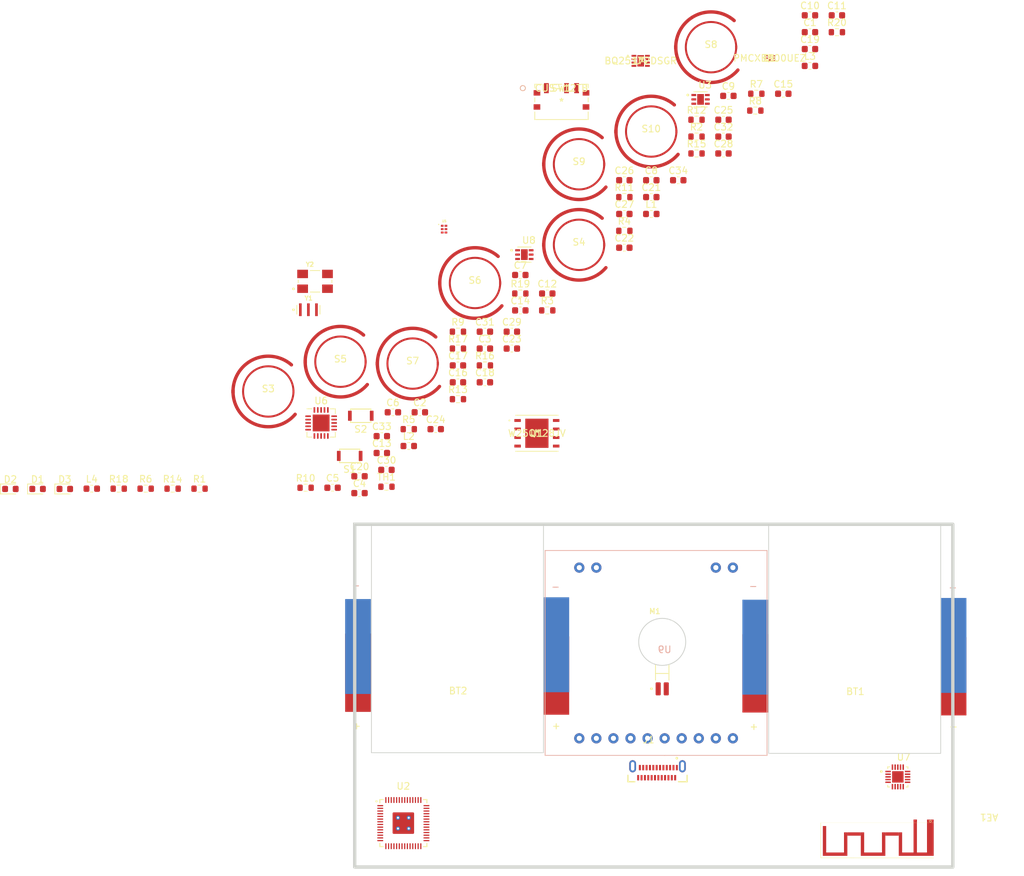
<source format=kicad_pcb>
(kicad_pcb (version 20211014) (generator pcbnew)
  (layers (0 "F.Cu" signal) (31 "B.Cu" signal) (34 "B.Paste" user) (35 "F.Paste" user) (36 "B.SilkS" user "B.Silkscreen") (37 "F.SilkS" user "F.Silkscreen") (38 "B.Mask" user) (39 "F.Mask" user) (44 "Edge.Cuts" user))
  (net 0 "")
  (net 1 "GND")
  (net 2 "Net-(AE1-Pad2)")
  (net 3 "Net-(BT1-Pad1)")
  (net 4 "Net-(BT1-Pad2)")
  (net 5 "+3.3V")
  (net 6 "Net-(C10-Pad1)")
  (net 7 "Net-(C12-Pad2)")
  (net 8 "Net-(C13-Pad2)")
  (net 9 "Net-(C17-Pad1)")
  (net 10 "Net-(C19-Pad1)")
  (net 11 "Net-(C21-Pad2)")
  (net 12 "Net-(C22-Pad2)")
  (net 13 "Net-(C26-Pad2)")
  (net 14 "Net-(C27-Pad2)")
  (net 15 "Net-(C30-Pad1)")
  (net 16 "Net-(C33-Pad1)")
  (net 17 "Net-(C34-Pad1)")
  (net 18 "Net-(D1-Pad1)")
  (net 20 "Net-(D3-Pad1)")
  (net 21 "Net-(D3-Pad2)")
  (net 24 "Net-(J1-PadA5)")
  (net 25 "Net-(J1-PadA6)")
  (net 26 "Net-(J1-PadA7)")
  (net 32 "Net-(J1-PadB5)")
  (net 36 "Net-(L1-Pad1)")
  (net 37 "Net-(L2-Pad1)")
  (net 38 "Net-(L4-Pad1)")
  (net 39 "Net-(M1-Pad2)")
  (net 40 "Net-(Q1-Pad2)")
  (net 43 "Net-(R2-Pad1)")
  (net 44 "Net-(R3-Pad1)")
  (net 45 "Net-(R5-Pad2)")
  (net 46 "Net-(R6-Pad1)")
  (net 47 "Net-(R7-Pad1)")
  (net 48 "Net-(R8-Pad2)")
  (net 49 "Net-(R10-Pad1)")
  (net 50 "Net-(R11-Pad1)")
  (net 51 "Net-(R12-Pad1)")
  (net 52 "Net-(R12-Pad2)")
  (net 53 "Net-(R13-Pad1)")
  (net 54 "Net-(R13-Pad2)")
  (net 55 "Net-(R14-Pad1)")
  (net 56 "Net-(R14-Pad2)")
  (net 57 "Net-(R15-Pad1)")
  (net 58 "Net-(R15-Pad2)")
  (net 59 "Net-(R16-Pad1)")
  (net 60 "Net-(R16-Pad2)")
  (net 61 "Net-(R17-Pad1)")
  (net 62 "Net-(R17-Pad2)")
  (net 63 "Net-(R18-Pad1)")
  (net 64 "Net-(R18-Pad2)")
  (net 65 "Net-(R19-Pad1)")
  (net 66 "Net-(R19-Pad2)")
  (net 67 "Net-(SW1-Pad2)")
  (net 69 "Net-(TH1-Pad1)")
  (net 70 "Net-(U1-Pad2)")
  (net 71 "Net-(U1-Pad3)")
  (net 72 "Net-(U1-Pad5)")
  (net 73 "Net-(U1-Pad6)")
  (net 74 "Net-(U1-Pad7)")
  (net 91 "Net-(U2-Pad20)")
  (net 92 "Net-(U2-Pad21)")
  (net 95 "Net-(U2-Pad27)")
  (net 96 "Net-(U2-Pad28)")
  (net 97 "Net-(U2-Pad29)")
  (net 98 "Net-(U2-Pad30)")
  (net 99 "Net-(U2-Pad31)")
  (net 100 "Net-(U2-Pad32)")
  (net 101 "Net-(U2-Pad34)")
  (net 102 "Net-(U2-Pad35)")
  (net 103 "Net-(U2-Pad36)")
  (net 109 "Net-(S10-Pad1)")
  (footprint "Capacitor_SMD:C_0603_1608Metric" (layer "F.Cu") (at 112.055 85.845)
    (fp_text reference "C24" (at 0 -1.43) (layer "F.SilkS"))
    (fp_text value "1nF")
    (pad "1" smd roundrect (at -0.775 0) (size 0.9 0.95) (layers "F.Cu" "F.Paste" "F.Mask") (net 5 "+3.3V"))
    (pad "2" smd roundrect (at 0.775 0) (size 0.9 0.95) (layers "F.Cu" "F.Paste" "F.Mask") (net 1 "GND"))
  )
  (footprint "Resistor_SMD:R_0603_1608Metric" (layer "F.Cu") (at 171.755 26.775)
    (fp_text reference "R20" (at 0 -1.43) (layer "F.SilkS"))
    (fp_text value "1M")
    (pad "1" smd roundrect (at -0.825 0) (size 0.8 0.95) (layers "F.Cu" "F.Paste" "F.Mask") (net 16 "Net-(C33-Pad1)"))
    (pad "2" smd roundrect (at 0.825 0) (size 0.8 0.95) (layers "F.Cu" "F.Paste" "F.Mask") (net 17 "Net-(C34-Pad1)"))
  )
  (footprint "Footprints:capacitivetouch" (layer "F.Cu") (at 87.14 80.237917)
    (fp_text reference "S3" (at 0 -0.4 unlocked) (layer "F.SilkS"))
    (fp_text value "SW")
    (fp_arc (start 3.999999 3.399999) (mid -5.229943 0.394451) (end 3.444781 -3.961499) (layer "F.Cu") (width 0.5))
    (fp_circle (center 0 0) (end 3.75 0) (layer "F.Cu") (width 0.3) (fill none))
    (pad "Rx" smd rect (at 3.75 0 180) (size 0.3 0.5) (layers "F.Cu" "F.Paste" "F.Mask"))
    (pad "Tx" smd rect (at -5.25 0 180) (size 0.5 0.5) (layers "F.Cu" "F.Paste" "F.Mask"))
  )
  (footprint "Resistor_SMD:R_0603_1608Metric" (layer "F.Cu") (at 76.915 94.705)
    (fp_text reference "R1" (at 0 -1.43) (layer "F.SilkS"))
    (fp_text value "5.1K")
    (pad "1" smd roundrect (at -0.825 0) (size 0.8 0.95) (layers "F.Cu" "F.Paste" "F.Mask") (net 1 "GND"))
    (pad "2" smd roundrect (at 0.825 0) (size 0.8 0.95) (layers "F.Cu" "F.Paste" "F.Mask") (net 24 "Net-(J1-PadA5)"))
  )
  (footprint "Footprints:SON65P200X200X80-7N" (layer "F.Cu") (at 151.465 36.775)
    (fp_text reference "U3" (at 0.675 -2.135) (layer "F.SilkS"))
    (fp_text value "NCV8718BMT330TBG")
    (pad "1" smd roundrect locked (at -1.005 -0.65) (size 0.71 0.32) (layers "F.Cu" "F.Paste" "F.Mask") (roundrect_rratio 0.04) (net 8 "Net-(C13-Pad2)"))
    (pad "2" smd roundrect locked (at -1.005 0) (size 0.71 0.32) (layers "F.Cu" "F.Paste" "F.Mask") (roundrect_rratio 0.04) (net 1 "GND"))
    (pad "3" smd roundrect locked (at -1.005 0.65) (size 0.71 0.32) (layers "F.Cu" "F.Paste" "F.Mask") (roundrect_rratio 0.04) (net 1 "GND"))
    (pad "4" smd roundrect locked (at 1.005 0.65) (size 0.71 0.32) (layers "F.Cu" "F.Paste" "F.Mask") (roundrect_rratio 0.04) (net 7 "Net-(C12-Pad2)"))
    (pad "5" smd roundrect locked (at 1.005 0) (size 0.71 0.32) (layers "F.Cu" "F.Paste" "F.Mask") (roundrect_rratio 0.04) (net 1 "GND"))
    (pad "6" smd roundrect locked (at 1.005 -0.65) (size 0.71 0.32) (layers "F.Cu" "F.Paste" "F.Mask") (roundrect_rratio 0.04) (net 7 "Net-(C12-Pad2)"))
    (pad "7" smd rect locked (at 0 0) (size 1 1.6) (layers "F.Cu" "F.Mask") (net 1 "GND"))
  )
  (footprint "Capacitor_SMD:C_0603_1608Metric" (layer "F.Cu") (at 104.035 89.395)
    (fp_text reference "C13" (at 0 -1.43) (layer "F.SilkS"))
    (fp_text value "1uF")
    (pad "1" smd roundrect (at -0.775 0) (size 0.9 0.95) (layers "F.Cu" "F.Paste" "F.Mask") (net 1 "GND"))
    (pad "2" smd roundrect (at 0.775 0) (size 0.9 0.95) (layers "F.Cu" "F.Paste" "F.Mask") (net 8 "Net-(C13-Pad2)"))
  )
  (footprint "Footprints:2_4GHZANTENNA" (layer "F.Cu") (at 186.16 149.34 180)
    (fp_text reference "AE1" (at -8.23 5.74 180 unlocked) (layer "F.SilkS"))
    (fp_text value "Antenna_Loop")
    (fp_rect (start 4.7 0.5) (end 5.2 3.5) (layer "F.Cu") (width 0.000001) (fill none))
    (fp_rect (start 5.2 3) (end 7.2 3.5) (layer "F.Cu") (width 0.000001) (fill none))
    (fp_rect (start 7.2 0) (end 10.85 0.5) (layer "F.Cu") (width 0.000001) (fill none))
    (fp_rect (start 2.5 0.5) (end 3 5.4) (layer "F.Cu") (width 0.000001) (fill none))
    (fp_rect (start 7.2 0.5) (end 7.7 3.5) (layer "F.Cu") (width 0.000001) (fill none))
    (fp_rect (start 10.35 0.5) (end 10.85 3.5) (layer "F.Cu") (width 0.000001) (fill none))
    (fp_rect (start 16 0.5) (end 16.5 4.44) (layer "F.Cu") (width 0.000001) (fill none))
    (fp_rect (start 12.85 0) (end 16.5 0.5) (layer "F.Cu") (width 0.000001) (fill none))
    (fp_rect (start 10.85 3) (end 12.85 3.5) (layer "F.Cu") (width 0.000001) (fill none))
    (fp_rect (start 12.85 0.5) (end 13.35 3.5) (layer "F.Cu") (width 0.000001) (fill none))
    (fp_rect (start 0 0) (end 5.2 0.5) (layer "F.Cu") (width 0.000001) (fill none))
    (fp_rect (start 0 0.5) (end 1 5.4) (layer "F.Cu") (width 0.000001) (fill none))
    (fp_poly (pts (xy 5.2 3) (xy 7.2 3) (xy 7.2 3.5) (xy 5.2 3.5)) (layer "F.Cu") (width 0.000001) (fill solid))
    (fp_poly (pts (xy 5.2 3) (xy 7.2 3) (xy 7.2 3.5) (xy 5.2 3.5)) (layer "F.Cu") (width 0.000001) (fill none))
    (fp_poly (pts (xy 7.2 0.5) (xy 7.7 0.5) (xy 7.7 3.5) (xy 7.2 3.5)) (layer "F.Cu") (width 0.000001) (fill none))
    (fp_poly (pts (xy 16 0.5) (xy 16.5 0.5) (xy 16.5 4.44) (xy 16 4.44)) (layer "F.Cu") (width 0.000001) (fill none))
    (fp_poly (pts (xy 4.7 0.5) (xy 5.2 0.5) (xy 5.2 3.5) (xy 4.7 3.5)) (layer "F.Cu") (width 0.000001) (fill solid))
    (fp_poly (pts (xy 2.5 0.5) (xy 3 0.5) (xy 3 5.4) (xy 2.5 5.4)) (layer "F.Cu") (width 0.000001) (fill none))
    (fp_poly (pts (xy 12.85 0.5) (xy 13.35 0.5) (xy 13.35 3.5) (xy 12.85 3.5)) (layer "F.Cu") (width 0.000001) (fill none))
    (fp_poly (pts (xy 12.85 0.5) (xy 13.35 0.5) (xy 13.35 3.5) (xy 12.85 3.5)) (layer "F.Cu") (width 0.000001) (fill solid))
    (fp_poly (pts (xy 7.2 0) (xy 10.85 0) (xy 10.85 0.5) (xy 7.2 0.5)) (layer "F.Cu") (width 0.000001) (fill none))
    (fp_poly (pts (xy 10.85 3) (xy 12.85 3) (xy 12.85 3.5) (xy 10.85 3.5)) (layer "F.Cu") (width 0.000001) (fill solid))
    (fp_poly (pts (xy 0 0.5) (xy 1 0.5) (xy 1 5.4) (xy 0 5.4)) (layer "F.Cu") (width 0.000001) (fill solid))
    (fp_poly (pts (xy 7.2 0) (xy 10.85 0) (xy 10.85 0.5) (xy 7.2 0.5)) (layer "F.Cu") (width 0.000001) (fill solid))
    (fp_poly (pts (xy 12.85 0) (xy 16.5 0) (xy 16.5 0.5) (xy 12.85 0.5)) (layer "F.Cu") (width 0.000001) (fill solid))
    (fp_poly (pts (xy 0 0) (xy 5.2 0) (xy 5.2 0.5) (xy 0 0.5)) (layer "F.Cu") (width 0.000001) (fill none))
    (fp_poly (pts (xy 0 0) (xy 5.2 0) (xy 5.2 0.5) (xy 0 0.5)) (layer "F.Cu") (width 0.000001) (fill solid))
    (fp_poly (pts (xy 16 0.5) (xy 16.5 0.5) (xy 16.5 4.44) (xy 16 4.44)) (layer "F.Cu") (width 0.000001) (fill solid))
    (fp_poly (pts (xy 4.7 0.5) (xy 5.2 0.5) (xy 5.2 3.5) (xy 4.7 3.5)) (layer "F.Cu") (width 0.000001) (fill none))
    (fp_poly (pts (xy 16 0.5) (xy 16.5 0.5) (xy 16.5 4.44) (xy 16 4.44)) (layer "F.Cu") (width 0.000001) (fill none))
    (fp_poly (pts (xy 2.5 0.5) (xy 3 0.5) (xy 3 5.4) (xy 2.5 5.4)) (layer "F.Cu") (width 0.000001) (fill solid))
    (fp_poly (pts (xy 10.85 3) (xy 12.85 3) (xy 12.85 3.5) (xy 10.85 3.5)) (layer "F.Cu") (width 0.000001) (fill none))
    (fp_poly (pts (xy 10.35 0.5) (xy 10.85 0.5) (xy 10.85 3.5) (xy 10.35 3.5)) (layer "F.Cu") (width 0.000001) (fill solid))
    (fp_poly (pts (xy 7.2 0.5) (xy 7.7 0.5) (xy 7.7 3.5) (xy 7.2 3.5)) (layer "F.Cu") (width 0.000001) (fill solid))
    (fp_poly (pts (xy 10.35 0.5) (xy 10.85 0.5) (xy 10.85 3.5) (xy 10.35 3.5)) (layer "F.Cu") (width 0.000001) (fill none))
    (fp_poly (pts (xy 12.85 0) (xy 16.5 0) (xy 16.5 0.5) (xy 12.85 0.5)) (layer "F.Cu") (width 0.000001) (fill none))
    (fp_poly (pts (xy 0 0.5) (xy 1 0.5) (xy 1 5.4) (xy 0 5.4)) (layer "F.Cu") (width 0.000001) (fill none))
    (pad "1" smd rect (at 2.75 5.15 90) (size 0.5 0.5) (layers "F.Cu" "F.Paste" "F.Mask") (net 1 "GND"))
    (pad "2" smd circle (at 0.5 5.15 90) (size 0.15 0.15) (layers "F.Cu" "F.Paste" "F.Mask") (net 2 "Net-(AE1-Pad2)"))
  )
  (footprint "Resistor_SMD:R_0603_1608Metric" (layer "F.Cu") (at 150.865 39.805)
    (fp_text reference "R12" (at 0 -1.43) (layer "F.SilkS"))
    (fp_text value "470")
    (pad "1" smd roundrect (at -0.825 0) (size 0.8 0.95) (layers "F.Cu" "F.Paste" "F.Mask") (net 51 "Net-(R12-Pad1)"))
    (pad "2" smd roundrect (at 0.825 0) (size 0.8 0.95) (layers "F.Cu" "F.Paste" "F.Mask") (net 52 "Net-(R12-Pad2)"))
  )
  (footprint "Footprints:capacitivetouch" (layer "F.Cu") (at 133.38 46.427917)
    (fp_text reference "S9" (at 0 -0.4 unlocked) (layer "F.SilkS"))
    (fp_text value "SW")
    (fp_arc (start 3.999999 3.399999) (mid -5.229943 0.394451) (end 3.444781 -3.961499) (layer "F.Cu") (width 0.5))
    (fp_circle (center 0 0) (end 3.75 0) (layer "F.Cu") (width 0.3) (fill none))
    (pad "Rx" smd rect (at 3.75 0 180) (size 0.3 0.5) (layers "F.Cu" "F.Paste" "F.Mask"))
    (pad "Tx" smd rect (at -5.25 0 180) (size 0.5 0.5) (layers "F.Cu" "F.Paste" "F.Mask"))
  )
  (footprint "Resistor_SMD:R_0603_1608Metric" (layer "F.Cu") (at 72.905 94.705)
    (fp_text reference "R14" (at 0 -1.43) (layer "F.SilkS"))
    (fp_text value "470")
    (pad "1" smd roundrect (at -0.825 0) (size 0.8 0.95) (layers "F.Cu" "F.Paste" "F.Mask") (net 55 "Net-(R14-Pad1)"))
    (pad "2" smd roundrect (at 0.825 0) (size 0.8 0.95) (layers "F.Cu" "F.Paste" "F.Mask") (net 56 "Net-(R14-Pad2)"))
  )
  (footprint "Resistor_SMD:R_0603_1608Metric" (layer "F.Cu") (at 92.695 94.565)
    (fp_text reference "R10" (at 0 -1.43) (layer "F.SilkS"))
    (fp_text value "27K")
    (pad "1" smd roundrect (at -0.825 0) (size 0.8 0.95) (layers "F.Cu" "F.Paste" "F.Mask") (net 49 "Net-(R10-Pad1)"))
    (pad "2" smd roundrect (at 0.825 0) (size 0.8 0.95) (layers "F.Cu" "F.Paste" "F.Mask") (net 1 "GND"))
  )
  (footprint "Capacitor_SMD:C_0603_1608Metric" (layer "F.Cu") (at 163.775 35.935)
    (fp_text reference "C15" (at 0 -1.43) (layer "F.SilkS"))
    (fp_text value "10uF")
    (pad "1" smd roundrect (at -0.775 0) (size 0.9 0.95) (layers "F.Cu" "F.Paste" "F.Mask") (net 8 "Net-(C13-Pad2)"))
    (pad "2" smd roundrect (at 0.775 0) (size 0.9 0.95) (layers "F.Cu" "F.Paste" "F.Mask") (net 1 "GND"))
  )
  (footprint "Diode_SMD:D_0603_1608Metric" (layer "F.Cu") (at 52.815 94.745)
    (fp_text reference "D1" (at 0 -1.43) (layer "F.SilkS"))
    (fp_text value "D")
    (pad "1" smd roundrect (at -0.7875 0) (size 0.875 0.95) (layers "F.Cu" "F.Paste" "F.Mask") (net 18 "Net-(D1-Pad1)"))
    (pad "2" smd roundrect (at 0.7875 0) (size 0.875 0.95) (layers "F.Cu" "F.Paste" "F.Mask") (net 8 "Net-(C13-Pad2)"))
  )
  (footprint "Capacitor_SMD:C_0603_1608Metric" (layer "F.Cu") (at 154.875 44.825)
    (fp_text reference "C28" (at 0 -1.43) (layer "F.SilkS"))
    (fp_text value "10uF")
    (pad "1" smd roundrect (at -0.775 0) (size 0.9 0.95) (layers "F.Cu" "F.Paste" "F.Mask") (net 1 "GND"))
    (pad "2" smd roundrect (at 0.775 0) (size 0.9 0.95) (layers "F.Cu" "F.Paste" "F.Mask") (net 3 "Net-(BT1-Pad1)"))
  )
  (footprint "Capacitor_SMD:C_0603_1608Metric" (layer "F.Cu") (at 100.715 92.855)
    (fp_text reference "C20" (at 0 -1.43) (layer "F.SilkS"))
    (fp_text value "100pF")
    (pad "1" smd roundrect (at -0.775 0) (size 0.9 0.95) (layers "F.Cu" "F.Paste" "F.Mask") (net 10 "Net-(C19-Pad1)"))
    (pad "2" smd roundrect (at 0.775 0) (size 0.9 0.95) (layers "F.Cu" "F.Paste" "F.Mask") (net 1 "GND"))
  )
  (footprint "Inductor_SMD:L_0603_1608Metric" (layer "F.Cu") (at 108.045 88.355)
    (fp_text reference "L2" (at 0 -1.43) (layer "F.SilkS"))
    (fp_text value "3.9nH")
    (pad "1" smd roundrect (at -0.7875 0) (size 0.875 0.95) (layers "F.Cu" "F.Paste" "F.Mask") (net 37 "Net-(L2-Pad1)"))
    (pad "2" smd roundrect (at 0.7875 0) (size 0.875 0.95) (layers "F.Cu" "F.Paste" "F.Mask") (net 15 "Net-(C30-Pad1)"))
  )
  (footprint "Capacitor_SMD:C_0603_1608Metric" (layer "F.Cu") (at 140.125 58.845)
    (fp_text reference "C22" (at 0 -1.43) (layer "F.SilkS"))
    (fp_text value "22uF")
    (pad "1" smd roundrect (at -0.775 0) (size 0.9 0.95) (layers "F.Cu" "F.Paste" "F.Mask") (net 1 "GND"))
    (pad "2" smd roundrect (at 0.775 0) (size 0.9 0.95) (layers "F.Cu" "F.Paste" "F.Mask") (net 12 "Net-(C22-Pad2)"))
  )
  (footprint "Footprints:XTAL_ECS-160-18-30B-JEM-TR" (layer "F.Cu") (at 94.1 63.85)
    (fp_text reference "Y2" (at -0.769143 -2.510136) (layer "F.SilkS") (effects (font (size 0.640954 0.640954))))
    (fp_text value "ECS-160-18-30B-JEM-TR")
    (pad "1" smd rect locked (at -1.85 1.1 180) (size 1.6 1.25) (layers "F.Cu" "F.Paste" "F.Mask") (net 16 "Net-(C33-Pad1)"))
    (pad "2" smd rect locked (at 1.85 1.1 180) (size 1.6 1.25) (layers "F.Cu" "F.Paste" "F.Mask") (net 1 "GND"))
    (pad "3" smd rect locked (at 1.85 -1.1 180) (size 1.6 1.25) (layers "F.Cu" "F.Paste" "F.Mask") (net 17 "Net-(C34-Pad1)"))
    (pad "4" smd rect locked (at -1.85 -1.1 180) (size 1.6 1.25) (layers "F.Cu" "F.Paste" "F.Mask") (net 1 "GND"))
  )
  (footprint "Footprints:KXT321LHS" (layer "F.Cu") (at 100.905 83.855)
    (fp_text reference "S2" (at 0 2 unlocked) (layer "F.SilkS"))
    (fp_text value "BOOT")
    (pad "1" smd roundrect (at -1.625 0) (size 0.55 1.5) (layers "F.Cu" "F.Paste" "F.Mask") (roundrect_rratio 0.1) (net 1 "GND"))
    (pad "2" smd roundrect (at 1.625 0) (size 0.55 1.5) (layers "F.Cu" "F.Paste" "F.Mask") (roundrect_rratio 0.1) (net 44 "Net-(R3-Pad1)"))
  )
  (footprint "Capacitor_SMD:C_0603_1608Metric" (layer "F.Cu") (at 154.875 39.805)
    (fp_text reference "C25" (at 0 -1.43) (layer "F.SilkS"))
    (fp_text value "1uF")
    (pad "1" smd roundrect (at -0.775 0) (size 0.9 0.95) (layers "F.Cu" "F.Paste" "F.Mask") (net 5 "+3.3V"))
    (pad "2" smd roundrect (at 0.775 0) (size 0.9 0.95) (layers "F.Cu" "F.Paste" "F.Mask") (net 1 "GND"))
  )
  (footprint "Resistor_SMD:R_0603_1608Metric" (layer "F.Cu") (at 124.645 65.665)
    (fp_text reference "R19" (at 0 -1.43) (layer "F.SilkS"))
    (fp_text value "470")
    (pad "1" smd roundrect (at -0.825 0) (size 0.8 0.95) (layers "F.Cu" "F.Paste" "F.Mask") (net 65 "Net-(R19-Pad1)"))
    (pad "2" smd roundrect (at 0.825 0) (size 0.8 0.95) (layers "F.Cu" "F.Paste" "F.Mask") (net 66 "Net-(R19-Pad2)"))
  )
  (footprint "Footprints:capacitivetouch" (layer "F.Cu") (at 153.02 29.007917)
    (fp_text reference "S8" (at 0 -0.4 unlocked) (layer "F.SilkS"))
    (fp_text value "SW")
    (fp_arc (start 3.999999 3.399999) (mid -5.229943 0.394451) (end 3.444781 -3.961499) (layer "F.Cu") (width 0.5))
    (fp_circle (center 0 0) (end 3.75 0) (layer "F.Cu") (width 0.3) (fill none))
    (pad "Rx" smd rect (at 3.75 0 180) (size 0.3 0.5) (layers "F.Cu" "F.Paste" "F.Mask"))
    (pad "Tx" smd rect (at -5.25 0 180) (size 0.5 0.5) (layers "F.Cu" "F.Paste" "F.Mask"))
  )
  (footprint "Capacitor_SMD:C_0603_1608Metric" (layer "F.Cu") (at 96.705 94.565)
    (fp_text reference "C5" (at 0 -1.43) (layer "F.SilkS"))
    (fp_text value "0.1uF")
    (pad "1" smd roundrect (at -0.775 0) (size 0.9 0.95) (layers "F.Cu" "F.Paste" "F.Mask") (net 1 "GND"))
    (pad "2" smd roundrect (at 0.775 0) (size 0.9 0.95) (layers "F.Cu" "F.Paste" "F.Mask") (net 5 "+3.3V"))
  )
  (footprint "Capacitor_SMD:C_0603_1608Metric" (layer "F.Cu") (at 167.745 26.775)
    (fp_text reference "C1" (at 0 -1.43) (layer "F.SilkS"))
    (fp_text value "0.1uF")
    (pad "1" smd roundrect (at -0.775 0) (size 0.9 0.95) (layers "F.Cu" "F.Paste" "F.Mask") (net 5 "+3.3V"))
    (pad "2" smd roundrect (at 0.775 0) (size 0.9 0.95) (layers "F.Cu" "F.Paste" "F.Mask") (net 1 "GND"))
  )
  (footprint "Footprints:74LVC1G3157FZ4" (layer "F.Cu") (at 113.3 56.085)
    (fp_text reference "U5" (at 0.016033 -1.205511) (layer "F.SilkS") (effects (font (size 0.320615 0.320615))))
    (fp_text value "74LVC1G3157FZ4-7")
    (pad "1" smd rect locked (at -0.275 -0.5 270) (size 0.3 0.4) (layers "F.Cu" "F.Paste" "F.Mask") (net 8 "Net-(C13-Pad2)"))
    (pad "2" smd rect locked (at -0.275 0 270) (size 0.3 0.4) (layers "F.Cu" "F.Paste" "F.Mask") (net 1 "GND"))
    (pad "3" smd rect locked (at -0.275 0.5 270) (size 0.3 0.4) (layers "F.Cu" "F.Paste" "F.Mask") (net 12 "Net-(C22-Pad2)"))
    (pad "4" smd rect locked (at 0.275 0.5 90) (size 0.3 0.4) (layers "F.Cu" "F.Paste" "F.Mask") (net 67 "Net-(SW1-Pad2)"))
    (pad "5" smd rect locked (at 0.275 0 90) (size 0.3 0.4) (layers "F.Cu" "F.Paste" "F.Mask") (net 18 "Net-(D1-Pad1)"))
    (pad "6" smd rect locked (at 0.275 -0.5 90) (size 0.3 0.4) (layers "F.Cu" "F.Paste" "F.Mask") (net 8 "Net-(C13-Pad2)"))
  )
  (footprint "Footprints:CUS-12TB" (layer "F.Cu") (at 130.7703 37.1562)
    (fp_text reference "SW1" (at 0 -2.0519) (layer "F.SilkS"))
    (fp_text value "CUS-12TB" (at 0 -2.0519) (layer "F.SilkS"))
    (fp_text user "*" (at 0 0) (layer "F.SilkS"))
    (pad "" np_thru_hole circle locked (at 1.5 -0.301901) (size 0.9398 0.9398) (drill 0.9398) (layers *.Cu *.Mask))
    (pad "" np_thru_hole circle locked (at -1.5 -0.301901) (size 0.9398 0.9398) (drill 0.9398) (layers *.Cu *.Mask))
    (pad "1" smd rect locked (at -2.250001 -2.0519) (size 0.7112 1.4986) (layers "F.Cu" "F.Paste" "F.Mask") (net 5 "+3.3V"))
    (pad "2" smd rect locked (at 0.750001 -2.0519) (size 0.7112 1.4986) (layers "F.Cu" "F.Paste" "F.Mask") (net 67 "Net-(SW1-Pad2)"))
    (pad "3" smd rect locked (at 2.250001 -2.0519) (size 0.7112 1.4986) (layers "F.Cu" "F.Paste" "F.Mask"))
    (pad "6" smd rect locked (at -3.65 -1.351899) (size 0.9906 0.8128) (layers "F.Cu" "F.Paste" "F.Mask"))
    (pad "7" smd rect locked (at 3.65 -1.351899) (size 0.9906 0.8128) (layers "F.Cu" "F.Paste" "F.Mask"))
    (pad "8" smd rect locked (at -3.65 0.7481) (size 0.9906 0.8128) (layers "F.Cu" "F.Paste" "F.Mask"))
    (pad "9" smd rect locked (at 3.65 0.7481) (size 0.9906 0.8128) (layers "F.Cu" "F.Paste" "F.Mask"))
  )
  (footprint "Footprints:GCT_USB4155-03-C_REVA" (layer "F.Cu") (at 145.06 136.96)
    (fp_text reference "J1" (at -1.325 -4.885) (layer "F.SilkS"))
    (fp_text value "USB4155-03-C_REVA")
    (fp_poly (pts (xy 3.7 -1.85) (xy 3.674 -1.849) (xy 3.648 -1.847) (xy 3.622 -1.844) (xy 3.596 -1.839) (xy 3.571 -1.833) (xy 3.545 -1.826) (xy 3.521 -1.817) (xy 3.497 -1.807) (xy 3.473 -1.796) (xy 3.45 -1.783) (xy 3.428 -1.769) (xy 3.406 -1.755) (xy 3.385 -1.739) (xy 3.365 -1.722) (xy 3.346 -1.704) (xy 3.328 -1.685) (xy 3.311 -1.665) (xy 3.295 -1.644) (xy 3.281 -1.622) (xy 3.267 -1.6) (xy 3.254 -1.577) (xy 3.243 -1.553) (xy 3.233 -1.529) (xy 3.224 -1.505) (xy 3.217 -1.479) (xy 3.211 -1.454) (xy 3.206 -1.428) (xy 3.203 -1.402) (xy 3.201 -1.376) (xy 3.2 -1.35) (xy 3.2 -0.55) (xy 3.201 -0.524) (xy 3.203 -0.498) (xy 3.206 -0.472) (xy 3.211 -0.446) (xy 3.217 -0.421) (xy 3.224 -0.395) (xy 3.233 -0.371) (xy 3.243 -0.347) (xy 3.254 -0.323) (xy 3.267 -0.3) (xy 3.281 -0.278) (xy 3.295 -0.256) (xy 3.311 -0.235) (xy 3.328 -0.215) (xy 3.346 -0.196) (xy 3.365 -0.178) (xy 3.385 -0.161) (xy 3.406 -0.145) (xy 3.428 -0.131) (xy 3.45 -0.117) (xy 3.473 -0.104) (xy 3.497 -0.093) (xy 3.521 -0.083) (xy 3.545 -0.074) (xy 3.571 -0.067) (xy 3.596 -0.061) (xy 3.622 -0.056) (xy 3.648 -0.053) (xy 3.674 -0.051) (xy 3.7 -0.05) (xy 3.726 -0.051) (xy 3.752 -0.053) (xy 3.778 -0.056) (xy 3.804 -0.061) (xy 3.829 -0.067) (xy 3.855 -0.074) (xy 3.879 -0.083) (xy 3.903 -0.093) (xy 3.927 -0.104) (xy 3.95 -0.117) (xy 3.972 -0.131) (xy 3.994 -0.145) (xy 4.015 -0.161) (xy 4.035 -0.178) (xy 4.054 -0.196) (xy 4.072 -0.215) (xy 4.089 -0.235) (xy 4.105 -0.256) (xy 4.119 -0.278) (xy 4.133 -0.3) (xy 4.146 -0.323) (xy 4.157 -0.347) (xy 4.167 -0.371) (xy 4.176 -0.395) (xy 4.183 -0.421) (xy 4.189 -0.446) (xy 4.194 -0.472) (xy 4.197 -0.498) (xy 4.199 -0.524) (xy 4.2 -0.55) (xy 4.2 -1.35) (xy 4.199 -1.376) (xy 4.197 -1.402) (xy 4.194 -1.428) (xy 4.189 -1.454) (xy 4.183 -1.479) (xy 4.176 -1.505) (xy 4.167 -1.529) (xy 4.157 -1.553) (xy 4.146 -1.577) (xy 4.133 -1.6) (xy 4.119 -1.622) (xy 4.105 -1.644) (xy 4.089 -1.665) (xy 4.072 -1.685) (xy 4.054 -1.704) (xy 4.035 -1.722) (xy 4.015 -1.739) (xy 3.994 -1.755) (xy 3.972 -1.769) (xy 3.95 -1.783) (xy 3.927 -1.796) (xy 3.903 -1.807) (xy 3.879 -1.817) (xy 3.855 -1.826) (xy 3.829 -1.833) (xy 3.804 -1.839) (xy 3.778 -1.844) (xy 3.752 -1.847) (xy 3.726 -1.849) (xy 3.7 -1.85)) (layer "F.Cu") (width 0.01) (fill solid))
    (fp_poly (pts (xy -3.7 -1.85) (xy -3.726 -1.849) (xy -3.752 -1.847) (xy -3.778 -1.844) (xy -3.804 -1.839) (xy -3.829 -1.833) (xy -3.855 -1.826) (xy -3.879 -1.817) (xy -3.903 -1.807) (xy -3.927 -1.796) (xy -3.95 -1.783) (xy -3.972 -1.769) (xy -3.994 -1.755) (xy -4.015 -1.739) (xy -4.035 -1.722) (xy -4.054 -1.704) (xy -4.072 -1.685) (xy -4.089 -1.665) (xy -4.105 -1.644) (xy -4.119 -1.622) (xy -4.133 -1.6) (xy -4.146 -1.577) (xy -4.157 -1.553) (xy -4.167 -1.529) (xy -4.176 -1.505) (xy -4.183 -1.479) (xy -4.189 -1.454) (xy -4.194 -1.428) (xy -4.197 -1.402) (xy -4.199 -1.376) (xy -4.2 -1.35) (xy -4.2 -0.55) (xy -4.199 -0.524) (xy -4.197 -0.498) (xy -4.194 -0.472) (xy -4.189 -0.446) (xy -4.183 -0.421) (xy -4.176 -0.395) (xy -4.167 -0.371) (xy -4.157 -0.347) (xy -4.146 -0.323) (xy -4.133 -0.3) (xy -4.119 -0.278) (xy -4.105 -0.256) (xy -4.089 -0.235) (xy -4.072 -0.215) (xy -4.054 -0.196) (xy -4.035 -0.178) (xy -4.015 -0.161) (xy -3.994 -0.145) (xy -3.972 -0.131) (xy -3.95 -0.117) (xy -3.927 -0.104) (xy -3.903 -0.093) (xy -3.879 -0.083) (xy -3.855 -0.074) (xy -3.829 -0.067) (xy -3.804 -0.061) (xy -3.778 -0.056) (xy -3.752 -0.053) (xy -3.726 -0.051) (xy -3.7 -0.05) (xy -3.674 -0.051) (xy -3.648 -0.053) (xy -3.622 -0.056) (xy -3.596 -0.061) (xy -3.571 -0.067) (xy -3.545 -0.074) (xy -3.521 -0.083) (xy -3.497 -0.093) (xy -3.473 -0.104) (xy -3.45 -0.117) (xy -3.428 -0.131) (xy -3.406 -0.145) (xy -3.385 -0.161) (xy -3.365 -0.178) (xy -3.346 -0.196) (xy -3.328 -0.215) (xy -3.311 -0.235) (xy -3.295 -0.256) (xy -3.281 -0.278) (xy -3.267 -0.3) (xy -3.254 -0.323) (xy -3.243 -0.347) (xy -3.233 -0.371) (xy -3.224 -0.395) (xy -3.217 -0.421) (xy -3.211 -0.446) (xy -3.206 -0.472) (xy -3.203 -0.498) (xy -3.201 -0.524) (xy -3.2 -0.55) (xy -3.2 -1.35) (xy -3.201 -1.376) (xy -3.203 -1.402) (xy -3.206 -1.428) (xy -3.211 -1.454) (xy -3.217 -1.479) (xy -3.224 -1.505) (xy -3.233 -1.529) (xy -3.243 -1.553) (xy -3.254 -1.577) (xy -3.267 -1.6) (xy -3.281 -1.622) (xy -3.295 -1.644) (xy -3.311 -1.665) (xy -3.328 -1.685) (xy -3.346 -1.704) (xy -3.365 -1.722) (xy -3.385 -1.739) (xy -3.406 -1.755) (xy -3.428 -1.769) (xy -3.45 -1.783) (xy -3.473 -1.796) (xy -3.497 -1.807) (xy -3.521 -1.817) (xy -3.545 -1.826) (xy -3.571 -1.833) (xy -3.596 -1.839) (xy -3.622 -1.844) (xy -3.648 -1.847) (xy -3.674 -1.849) (xy -3.7 -1.85)) (layer "F.Cu") (width 0.01) (fill solid))
    (fp_poly (pts (xy 3.7 -1.85) (xy 3.674 -1.849) (xy 3.648 -1.847) (xy 3.622 -1.844) (xy 3.596 -1.839) (xy 3.571 -1.833) (xy 3.545 -1.826) (xy 3.521 -1.817) (xy 3.497 -1.807) (xy 3.473 -1.796) (xy 3.45 -1.783) (xy 3.428 -1.769) (xy 3.406 -1.755) (xy 3.385 -1.739) (xy 3.365 -1.722) (xy 3.346 -1.704) (xy 3.328 -1.685) (xy 3.311 -1.665) (xy 3.295 -1.644) (xy 3.281 -1.622) (xy 3.267 -1.6) (xy 3.254 -1.577) (xy 3.243 -1.553) (xy 3.233 -1.529) (xy 3.224 -1.505) (xy 3.217 -1.479) (xy 3.211 -1.454) (xy 3.206 -1.428) (xy 3.203 -1.402) (xy 3.201 -1.376) (xy 3.2 -1.35) (xy 3.2 -0.55) (xy 3.201 -0.524) (xy 3.203 -0.498) (xy 3.206 -0.472) (xy 3.211 -0.446) (xy 3.217 -0.421) (xy 3.224 -0.395) (xy 3.233 -0.371) (xy 3.243 -0.347) (xy 3.254 -0.323) (xy 3.267 -0.3) (xy 3.281 -0.278) (xy 3.295 -0.256) (xy 3.311 -0.235) (xy 3.328 -0.215) (xy 3.346 -0.196) (xy 3.365 -0.178) (xy 3.385 -0.161) (xy 3.406 -0.145) (xy 3.428 -0.131) (xy 3.45 -0.117) (xy 3.473 -0.104) (xy 3.497 -0.093) (xy 3.521 -0.083) (xy 3.545 -0.074) (xy 3.571 -0.067) (xy 3.596 -0.061) (xy 3.622 -0.056) (xy 3.648 -0.053) (xy 3.674 -0.051) (xy 3.7 -0.05) (xy 3.726 -0.051) (xy 3.752 -0.053) (xy 3.778 -0.056) (xy 3.804 -0.061) (xy 3.829 -0.067) (xy 3.855 -0.074) (xy 3.879 -0.083) (xy 3.903 -0.093) (xy 3.927 -0.104) (xy 3.95 -0.117) (xy 3.972 -0.131) (xy 3.994 -0.145) (xy 4.015 -0.161) (xy 4.035 -0.178) (xy 4.054 -0.196) (xy 4.072 -0.215) (xy 4.089 -0.235) (xy 4.105 -0.256) (xy 4.119 -0.278) (xy 4.133 -0.3) (xy 4.146 -0.323) (xy 4.157 -0.347) (xy 4.167 -0.371) (xy 4.176 -0.395) (xy 4.183 -0.421) (xy 4.189 -0.446) (xy 4.194 -0.472) (xy 4.197 -0.498) (xy 4.199 -0.524) (xy 4.2 -0.55) (xy 4.2 -1.35) (xy 4.199 -1.376) (xy 4.197 -1.402) (xy 4.194 -1.428) (xy 4.189 -1.454) (xy 4.183 -1.479) (xy 4.176 -1.505) (xy 4.167 -1.529) (xy 4.157 -1.553) (xy 4.146 -1.577) (xy 4.133 -1.6) (xy 4.119 -1.622) (xy 4.105 -1.644) (xy 4.089 -1.665) (xy 4.072 -1.685) (xy 4.054 -1.704) (xy 4.035 -1.722) (xy 4.015 -1.739) (xy 3.994 -1.755) (xy 3.972 -1.769) (xy 3.95 -1.783) (xy 3.927 -1.796) (xy 3.903 -1.807) (xy 3.879 -1.817) (xy 3.855 -1.826) (xy 3.829 -1.833) (xy 3.804 -1.839) (xy 3.778 -1.844) (xy 3.752 -1.847) (xy 3.726 -1.849) (xy 3.7 -1.85)) (layer "B.Cu") (width 0.01) (fill solid))
    (fp_poly (pts (xy -3.7 -1.85) (xy -3.726 -1.849) (xy -3.752 -1.847) (xy -3.778 -1.844) (xy -3.804 -1.839) (xy -3.829 -1.833) (xy -3.855 -1.826) (xy -3.879 -1.817) (xy -3.903 -1.807) (xy -3.927 -1.796) (xy -3.95 -1.783) (xy -3.972 -1.769) (xy -3.994 -1.755) (xy -4.015 -1.739) (xy -4.035 -1.722) (xy -4.054 -1.704) (xy -4.072 -1.685) (xy -4.089 -1.665) (xy -4.105 -1.644) (xy -4.119 -1.622) (xy -4.133 -1.6) (xy -4.146 -1.577) (xy -4.157 -1.553) (xy -4.167 -1.529) (xy -4.176 -1.505) (xy -4.183 -1.479) (xy -4.189 -1.454) (xy -4.194 -1.428) (xy -4.197 -1.402) (xy -4.199 -1.376) (xy -4.2 -1.35) (xy -4.2 -0.55) (xy -4.199 -0.524) (xy -4.197 -0.498) (xy -4.194 -0.472) (xy -4.189 -0.446) (xy -4.183 -0.421) (xy -4.176 -0.395) (xy -4.167 -0.371) (xy -4.157 -0.347) (xy -4.146 -0.323) (xy -4.133 -0.3) (xy -4.119 -0.278) (xy -4.105 -0.256) (xy -4.089 -0.235) (xy -4.072 -0.215) (xy -4.054 -0.196) (xy -4.035 -0.178) (xy -4.015 -0.161) (xy -3.994 -0.145) (xy -3.972 -0.131) (xy -3.95 -0.117) (xy -3.927 -0.104) (xy -3.903 -0.093) (xy -3.879 -0.083) (xy -3.855 -0.074) (xy -3.829 -0.067) (xy -3.804 -0.061) (xy -3.778 -0.056) (xy -3.752 -0.053) (xy -3.726 -0.051) (xy -3.7 -0.05) (xy -3.674 -0.051) (xy -3.648 -0.053) (xy -3.622 -0.056) (xy -3.596 -0.061) (xy -3.571 -0.067) (xy -3.545 -0.074) (xy -3.521 -0.083) (xy -3.497 -0.093) (xy -3.473 -0.104) (xy -3.45 -0.117) (xy -3.428 -0.131) (xy -3.406 -0.145) (xy -3.385 -0.161) (xy -3.365 -0.178) (xy -3.346 -0.196) (xy -3.328 -0.215) (xy -3.311 -0.235) (xy -3.295 -0.256) (xy -3.281 -0.278) (xy -3.267 -0.3) (xy -3.254 -0.323) (xy -3.243 -0.347) (xy -3.233 -0.371) (xy -3.224 -0.395) (xy -3.217 -0.421) (xy -3.211 -0.446) (xy -3.206 -0.472) (xy -3.203 -0.498) (xy -3.201 -0.524) (xy -3.2 -0.55) (xy -3.2 -1.35) (xy -3.201 -1.376) (xy -3.203 -1.402) (xy -3.206 -1.428) (xy -3.211 -1.454) (xy -3.217 -1.479) (xy -3.224 -1.505) (xy -3.233 -1.529) (xy -3.243 -1.553) (xy -3.254 -1.577) (xy -3.267 -1.6) (xy -3.281 -1.622) (xy -3.295 -1.644) (xy -3.311 -1.665) (xy -3.328 -1.685) (xy -3.346 -1.704) (xy -3.365 -1.722) (xy -3.385 -1.739) (xy -3.406 -1.755) (xy -3.428 -1.769) (xy -3.45 -1.783) (xy -3.473 -1.796) (xy -3.497 -1.807) (xy -3.521 -1.817) (xy -3.545 -1.826) (xy -3.571 -1.833) (xy -3.596 -1.839) (xy -3.622 -1.844) (xy -3.648 -1.847) (xy -3.674 -1.849) (xy -3.7 -1.85)) (layer "B.Cu") (width 0.01) (fill solid))
    (pad "A1" smd rect locked (at 2.875 -0.75) (size 0.3 0.8) (layers "F.Cu" "F.Paste" "F.Mask") (net 1 "GND"))
    (pad "A2" smd rect locked (at 2.375 -0.75) (size 0.3 0.8) (layers "F.Cu" "F.Paste" "F.Mask"))
    (pad "A3" smd rect locked (at 1.875 -0.75) (size 0.3 0.8) (layers "F.Cu" "F.Paste" "F.Mask"))
    (pad "A4" smd rect locked (at 1.375 -0.75) (size 0.3 0.8) (layers "F.Cu" "F.Paste" "F.Mask") (net 7 "Net-(C12-Pad2)"))
    (pad "A5" smd rect locked (at 0.875 -0.75) (size 0.3 0.8) (layers "F.Cu" "F.Paste" "F.Mask") (net 24 "Net-(J1-PadA5)"))
    (pad "A6" smd rect locked (at 0.375 -0.75) (size 0.3 0.8) (layers "F.Cu" "F.Paste" "F.Mask") (net 25 "Net-(J1-PadA6)"))
    (pad "A7" smd rect locked (at -0.125 -0.75) (size 0.3 0.8) (layers "F.Cu" "F.Paste" "F.Mask") (net 26 "Net-(J1-PadA7)"))
    (pad "A8" smd rect locked (at -0.625 -0.75) (size 0.3 0.8) (layers "F.Cu" "F.Paste" "F.Mask"))
    (pad "A9" smd rect locked (at -1.125 -0.75) (size 0.3 0.8) (layers "F.Cu" "F.Paste" "F.Mask") (net 7 "Net-(C12-Pad2)"))
    (pad "A10" smd rect locked (at -1.625 -0.75) (size 0.3 0.8) (layers "F.Cu" "F.Paste" "F.Mask"))
    (pad "A11" smd rect locked (at -2.125 -0.75) (size 0.3 0.8) (layers "F.Cu" "F.Paste" "F.Mask"))
    (pad "A12" smd rect locked (at -2.625 -0.75) (size 0.3 0.8) (layers "F.Cu" "F.Paste" "F.Mask") (net 1 "GND"))
    (pad "B1" smd rect locked (at -2.875 0.75) (size 0.3 0.8) (layers "F.Cu" "F.Paste" "F.Mask") (net 1 "GND"))
    (pad "B2" smd rect locked (at -2.375 0.75) (size 0.3 0.8) (layers "F.Cu" "F.Paste" "F.Mask"))
    (pad "B3" smd rect locked (at -1.875 0.75) (size 0.3 0.8) (layers "F.Cu" "F.Paste" "F.Mask"))
    (pad "B4" smd rect locked (at -1.375 0.75) (size 0.3 0.8) (layers "F.Cu" "F.Paste" "F.Mask") (net 7 "Net-(C12-Pad2)"))
    (pad "B5" smd rect locked (at -0.875 0.75) (size 0.3 0.8) (layers "F.Cu" "F.Paste" "F.Mask") (net 32 "Net-(J1-PadB5)"))
    (pad "B6" smd rect locked (at -0.375 0.75) (size 0.3 0.8) (layers "F.Cu" "F.Paste" "F.Mask") (net 25 "Net-(J1-PadA6)"))
    (pad "B7" smd rect locked (at 0.125 0.75) (size 0.3 0.8) (layers "F.Cu" "F.Paste" "F.Mask") (net 26 "Net-(J1-PadA7)"))
    (pad "B8" smd rect locked (at 0.625 0.75) (size 0.3 0.8) (layers "F.Cu" "F.Paste" "F.Mask"))
    (pad "B9" smd rect locked (at 1.125 0.75) (size 0.3 0.8) (layers "F.Cu" "F.Paste" "F.Mask") (net 7 "Net-(C12-Pad2)"))
    (pad "B10" smd rect locked (at 1.625 0.75) (size 0.3 0.8) (layers "F.Cu" "F.Paste" "F.Mask"))
    (pad "B11" smd rect locked (at 2.125 0.75) (size 0.3 0.8) (layers "F.Cu" "F.Paste" "F.Mask"))
    (pad "B12" smd rect locked (at 2.625 0.75) (size 0.3 0.8) (layers "F.Cu" "F.Paste" "F.Mask") (net 1 "GND"))
    (pad "S1" thru_hole oval locked (at -3.7 -0.95) (size 0.8 1.6) (drill oval 0.5 1.3) (layers *.Cu) (net 1 "GND"))
    (pad "S2" thru_hole oval locked (at 3.7 -0.95) (size 0.8 1.6) (drill oval 0.5 1.3) (layers *.Cu) (net 1 "GND"))
  )
  (footprint "Resistor_SMD:R_0603_1608Metric" (layer "F.Cu") (at 150.865 42.315)
    (fp_text reference "R2" (at 0 -1.43) (layer "F.SilkS"))
    (fp_text value "5.1K")
    (pad "1" smd roundrect (at -0.825 0) (size 0.8 0.95) (layers "F.Cu" "F.Paste" "F.Mask") (net 43 "Net-(R2-Pad1)"))
    (pad "2" smd roundrect (at 0.825 0) (size 0.8 0.95) (layers "F.Cu" "F.Paste" "F.Mask") (net 5 "+3.3V"))
  )
  (footprint "Capacitor_SMD:C_0603_1608Metric" (layer "F.Cu") (at 140.125 48.805)
    (fp_text reference "C26" (at 0 -1.43) (layer "F.SilkS"))
    (fp_text value "1uF")
    (pad "1" smd roundrect (at -0.775 0) (size 0.9 0.95) (layers "F.Cu" "F.Paste" "F.Mask") (net 1 "GND"))
    (pad "2" smd roundrect (at 0.775 0) (size 0.9 0.95) (layers "F.Cu" "F.Paste" "F.Mask") (net 13 "Net-(C26-Pad2)"))
  )
  (footprint "Footprints:24_5mmCoinCell" (layer "F.Cu") (at 174.4 126.09)
    (fp_text reference "BT1" (at 0.1 -1.2 unlocked) (layer "F.SilkS"))
    (fp_text value "1.2V")
    (fp_text user "-" (at 14.6 -16.7 unlocked) (layer "B.SilkS"))
    (fp_text user "-" (at -15.1 -16.9 unlocked) (layer "B.SilkS"))
    (fp_text user "+" (at 14.7 4 unlocked) (layer "F.SilkS"))
    (fp_text user "+" (at -15 4 unlocked) (layer "F.SilkS"))
    (fp_rect (start -12.8 -26.1) (end 12.8 8) (layer "Edge.Cuts") (width 0.12) (fill none))
    (pad "1" smd rect (at -14.8 -3.9 270) (size 11.65 3.825) (layers "F.Cu" "F.Paste" "F.Mask") (net 3 "Net-(BT1-Pad1)"))
    (pad "1" smd rect (at 14.7125 -3.475 270) (size 11.65 3.825) (layers "F.Cu" "F.Paste" "F.Mask") (net 3 "Net-(BT1-Pad1)"))
    (pad "2" smd rect (at -14.8 -7.8 270) (size 14.125 3.825) (layers "B.Cu" "F.Paste" "F.Mask") (net 4 "Net-(BT1-Pad2)"))
    (pad "2" smd rect (at 14.7125 -8.0625 270) (size 14.125 3.825) (layers "B.Cu" "F.Paste" "F.Mask") (net 4 "Net-(BT1-Pad2)"))
  )
  (footprint "Footprints:capacitivetouch" (layer "F.Cu") (at 133.38 58.417917)
    (fp_text reference "S4" (at 0 -0.4 unlocked) (layer "F.SilkS"))
    (fp_text value "SW")
    (fp_arc (start 3.999999 3.399999) (mid -5.229943 0.394451) (end 3.444781 -3.961499) (layer "F.Cu") (width 0.5))
    (fp_circle (center 0 0) (end 3.75 0) (layer "F.Cu") (width 0.3) (fill none))
    (pad "Rx" smd rect (at 3.75 0 180) (size 0.3 0.5) (layers "F.Cu" "F.Paste" "F.Mask"))
    (pad "Tx" smd rect (at -5.25 0 180) (size 0.5 0.5) (layers "F.Cu" "F.Paste" "F.Mask"))
  )
  (footprint "Capacitor_SMD:C_0603_1608Metric" (layer "F.Cu") (at 154.875 42.315)
    (fp_text reference "C32" (at 0 -1.43) (layer "F.SilkS"))
    (fp_text value "10uF")
    (pad "1" smd roundrect (at -0.775 0) (size 0.9 0.95) (layers "F.Cu" "F.Paste" "F.Mask") (net 3 "Net-(BT1-Pad1)"))
    (pad "2" smd roundrect (at 0.775 0) (size 0.9 0.95) (layers "F.Cu" "F.Paste" "F.Mask") (net 1 "GND"))
  )
  (footprint "Footprints:capacitivetouch" (layer "F.Cu") (at 117.9 64.097917)
    (fp_text reference "S6" (at 0 -0.4 unlocked) (layer "F.SilkS"))
    (fp_text value "SW")
    (fp_arc (start 3.999999 3.399999) (mid -5.229943 0.394451) (end 3.444781 -3.961499) (layer "F.Cu") (width 0.5))
    (fp_circle (center 0 0) (end 3.75 0) (layer "F.Cu") (width 0.3) (fill none))
    (pad "Rx" smd rect (at 3.75 0 180) (size 0.3 0.5) (layers "F.Cu" "F.Paste" "F.Mask"))
    (pad "Tx" smd rect (at -5.25 0 180) (size 0.5 0.5) (layers "F.Cu" "F.Paste" "F.Mask"))
  )
  (footprint "Footprints:XDCR_C0720B001F" (layer "F.Cu") (at 145.76 119.47)
    (fp_text reference "M1" (at -1.10326 -6.51915) (layer "F.SilkS") (effects (font (size 0.789717 0.789717))))
    (fp_text value "C0720B001F")
    (fp_circle (center 0 -1.97) (end 3.5 -1.97) (layer "Edge.Cuts") (width 0.127) (fill none))
    (pad "1" smd roundrect (at -0.6 5.02 270) (size 1.94 0.76) (layers "F.Cu" "F.Paste" "F.Mask") (roundrect_rratio 0.19) (net 5 "+3.3V"))
    (pad "2" smd roundrect (at 0.6 5.02 270) (size 1.94 0.76) (layers "F.Cu" "F.Paste" "F.Mask") (roundrect_rratio 0.19) (net 39 "Net-(M1-Pad2)"))
  )
  (footprint "Inductor_SMD:L_0603_1608Metric" (layer "F.Cu") (at 167.745 31.795)
    (fp_text reference "L3" (at 0 -1.43) (layer "F.SilkS"))
    (fp_text value "8.2nH")
    (pad "1" smd roundrect (at -0.7875 0) (size 0.875 0.95) (layers "F.Cu" "F.Paste" "F.Mask") (net 15 "Net-(C30-Pad1)"))
    (pad "2" smd roundrect (at 0.7875 0) (size 0.875 0.95) (layers "F.Cu" "F.Paste" "F.Mask") (net 14 "Net-(C27-Pad2)"))
  )
  (footprint "Footprints:24_5mmCoinCell" (layer "F.Cu") (at 115.29 125.99)
    (fp_text reference "BT2" (at 0.1 -1.2 unlocked) (layer "F.SilkS"))
    (fp_text value "1.2V")
    (fp_text user "-" (at 14.6 -16.7 unlocked) (layer "B.SilkS"))
    (fp_text user "-" (at -15.1 -16.9 unlocked) (layer "B.SilkS"))
    (fp_text user "+" (at -15 4 unlocked) (layer "F.SilkS"))
    (fp_text user "+" (at 14.7 4 unlocked) (layer "F.SilkS"))
    (fp_rect (start -12.8 -26.1) (end 12.8 8) (layer "Edge.Cuts") (width 0.12) (fill none))
    (pad "1" smd rect (at -14.8 -3.9 270) (size 11.65 3.825) (layers "F.Cu" "F.Paste" "F.Mask") (net 4 "Net-(BT1-Pad2)"))
    (pad "1" smd rect (at 14.7125 -3.475 270) (size 11.65 3.825) (layers "F.Cu" "F.Paste" "F.Mask") (net 4 "Net-(BT1-Pad2)"))
    (pad "2" smd rect (at -14.8 -7.8 270) (size 14.125 3.825) (layers "B.Cu" "F.Paste" "F.Mask") (net 1 "GND"))
    (pad "2" smd rect (at 14.7125 -8.0625 270) (size 14.125 3.825) (layers "B.Cu" "F.Paste" "F.Mask") (net 1 "GND"))
  )
  (footprint "Footprints:OSC_CSTNE12M0G55A000R0" (layer "F.Cu") (at 93.11 68.075)
    (fp_text reference "Y1" (at 0.032 -1.7064) (layer "F.SilkS") (effects (font (size 0.64 0.64))))
    (fp_text value "12MHz")
    (pad "1" smd rect locked (at -1.2 0) (size 0.4 1.9) (layers "F.Cu" "F.Paste" "F.Mask") (net 91 "Net-(U2-Pad20)"))
    (pad "2" smd rect locked (at 0 0) (size 0.4 1.9) (layers "F.Cu" "F.Paste" "F.Mask") (net 1 "GND"))
    (pad "3" smd rect locked (at 1.2 0) (size 0.4 1.9) (layers "F.Cu" "F.Paste" "F.Mask") (net 92 "Net-(U2-Pad21)"))
  )
  (footprint "Footprints:W25Q128JVPIQ TR" (layer "F.Cu") (at 127.11 86.46)
    (fp_text reference "U1" (at 0 0) (layer "F.SilkS"))
    (fp_text value "W25Q128JV" (at 0 0) (layer "F.SilkS"))
    (fp_text user "*" (at 0 0) (layer "F.SilkS"))
    (pad "1" smd rect locked (at -2.8702 -1.905) (size 0.9652 0.4318) (layers "F.Cu" "F.Paste" "F.Mask") (net 44 "Net-(R3-Pad1)"))
    (pad "2" smd rect locked (at -2.8702 -0.635) (size 0.9652 0.4318) (layers "F.Cu" "F.Paste" "F.Mask") (net 70 "Net-(U1-Pad2)"))
    (pad "3" smd rect locked (at -2.8702 0.635) (size 0.9652 0.4318) (layers "F.Cu" "F.Paste" "F.Mask") (net 71 "Net-(U1-Pad3)"))
    (pad "4" smd rect locked (at -2.8702 1.905) (size 0.9652 0.4318) (layers "F.Cu" "F.Paste" "F.Mask") (net 1 "GND"))
    (pad "5" smd rect locked (at 2.8702 1.905) (size 0.9652 0.4318) (layers "F.Cu" "F.Paste" "F.Mask") (net 72 "Net-(U1-Pad5)"))
    (pad "6" smd rect locked (at 2.8702 0.635) (size 0.9652 0.4318) (layers "F.Cu" "F.Paste" "F.Mask") (net 73 "Net-(U1-Pad6)"))
    (pad "7" smd rect locked (at 2.8702 -0.635) (size 0.9652 0.4318) (layers "F.Cu" "F.Paste" "F.Mask") (net 74 "Net-(U1-Pad7)"))
    (pad "8" smd rect locked (at 2.8702 -1.905) (size 0.9652 0.4318) (layers "F.Cu" "F.Paste" "F.Mask") (net 5 "+3.3V"))
    (pad "9" smd rect locked (at 0 0) (size 3.4544 4.3434) (layers "F.Cu" "F.Paste" "F.Mask") (net 1 "GND"))
  )
  (footprint "Resistor_SMD:R_0603_1608Metric" (layer "F.Cu") (at 115.365 73.855)
    (fp_text reference "R17" (at 0 -1.43) (layer "F.SilkS"))
    (fp_text value "470")
    (pad "1" smd roundrect (at -0.825 0) (size 0.8 0.95) (layers "F.Cu" "F.Paste" "F.Mask") (net 61 "Net-(R17-Pad1)"))
    (pad "2" smd roundrect (at 0.825 0) (size 0.8 0.95) (layers "F.Cu" "F.Paste" "F.Mask") (net 62 "Net-(R17-Pad2)"))
  )
  (footprint "Resistor_SMD:R_0603_1608Metric" (layer "F.Cu") (at 159.615 38.445)
    (fp_text reference "R8" (at 0 -1.43) (layer "F.SilkS"))
    (fp_text value "22K")
    (pad "1" smd roundrect (at -0.825 0) (size 0.8 0.95) (layers "F.Cu" "F.Paste" "F.Mask") (net 1 "GND"))
    (pad "2" smd roundrect (at 0.825 0) (size 0.8 0.95) (layers "F.Cu" "F.Paste" "F.Mask") (net 48 "Net-(R8-Pad2)"))
  )
  (footprint "Capacitor_SMD:C_0603_1608Metric" (layer "F.Cu") (at 124.645 68.175)
    (fp_text reference "C14" (at 0 -1.43) (layer "F.SilkS"))
    (fp_text value "4.7uF")
    (pad "1" smd roundrect (at -0.775 0) (size 0.9 0.95) (layers "F.Cu" "F.Paste" "F.Mask") (net 5 "+3.3V"))
    (pad "2" smd roundrect (at 0.775 0) (size 0.9 0.95) (layers "F.Cu" "F.Paste" "F.Mask") (net 1 "GND"))
  )
  (footprint "Capacitor_SMD:C_0603_1608Metric" (layer "F.Cu") (at 128.655 65.665)
    (fp_text reference "C12" (at 0 -1.43) (layer "F.SilkS"))
    (fp_text value "1uF")
    (pad "1" smd roundrect (at -0.775 0) (size 0.9 0.95) (layers "F.Cu" "F.Paste" "F.Mask") (net 1 "GND"))
    (pad "2" smd roundrect (at 0.775 0) (size 0.9 0.95) (layers "F.Cu" "F.Paste" "F.Mask") (net 7 "Net-(C12-Pad2)"))
  )
  (footprint "Capacitor_SMD:C_0603_1608Metric" (layer "F.Cu") (at 100.715 95.365)
    (fp_text reference "C4" (at 0 -1.43) (layer "F.SilkS"))
    (fp_text value "0.1uF")
    (pad "1" smd roundrect (at -0.775 0) (size 0.9 0.95) (layers "F.Cu" "F.Paste" "F.Mask") (net 1 "GND"))
    (pad "2" smd roundrect (at 0.775 0) (size 0.9 0.95) (layers "F.Cu" "F.Paste" "F.Mask") (net 5 "+3.3V"))
  )
  (footprint "Resistor_SMD:R_0603_1608Metric" (layer "F.Cu") (at 159.765 35.935)
    (fp_text reference "R7" (at 0 -1.43) (layer "F.SilkS"))
    (fp_text value "3K")
    (pad "1" smd roundrect (at -0.825 0) (size 0.8 0.95) (layers "F.Cu" "F.Paste" "F.Mask") (net 47 "Net-(R7-Pad1)"))
    (pad "2" smd roundrect (at 0.825 0) (size 0.8 0.95) (layers "F.Cu" "F.Paste" "F.Mask") (net 1 "GND"))
  )
  (footprint "Capacitor_SMD:C_0603_1608Metric" (layer "F.Cu") (at 155.605 36.255)
    (fp_text reference "C9" (at 0 -1.43) (layer "F.SilkS"))
    (fp_text value "0.1uF")
    (pad "1" smd roundrect (at -0.775 0) (size 0.9 0.95) (layers "F.Cu" "F.Paste" "F.Mask") (net 1 "GND"))
    (pad "2" smd roundrect (at 0.775 0) (size 0.9 0.95) (layers "F.Cu" "F.Paste" "F.Mask") (net 6 "Net-(C10-Pad1)"))
  )
  (footprint "Capacitor_SMD:C_0603_1608Metric" (layer "F.Cu") (at 104.035 86.885)
    (fp_text reference "C33" (at 0 -1.43) (layer "F.SilkS"))
    (fp_text value "22pF")
    (pad "1" smd roundrect (at -0.775 0) (size 0.9 0.95) (layers "F.Cu" "F.Paste" "F.Mask") (net 16 "Net-(C33-Pad1)"))
    (pad "2" smd roundrect (at 0.775 0) (size 0.9 0.95) (layers "F.Cu" "F.Paste" "F.Mask") (net 1 "GND"))
  )
  (footprint "Footprints:QFN40P300X300X60-21N" (layer "F.Cu") (at 180.82 137.59)
    (fp_text reference "U7" (at 0.865 -2.94) (layer "F.SilkS"))
    (fp_text value "IQS7222A001QNR")
    (pad "1" smd roundrect locked (at -1.45 -0.8) (size 0.81 0.22) (layers "F.Cu" "F.Paste" "F.Mask") (roundrect_rratio 0.03) (net 5 "+3.3V"))
    (pad "2" smd roundrect locked (at -1.45 -0.4) (size 0.81 0.22) (layers "F.Cu" "F.Paste" "F.Mask") (roundrect_rratio 0.03) (net 9 "Net-(C17-Pad1)"))
    (pad "3" smd roundrect locked (at -1.45 0) (size 0.81 0.22) (layers "F.Cu" "F.Paste" "F.Mask") (roundrect_rratio 0.03) (net 1 "GND"))
    (pad "4" smd roundrect locked (at -1.45 0.4) (size 0.81 0.22) (layers "F.Cu" "F.Paste" "F.Mask") (roundrect_rratio 0.03) (net 10 "Net-(C19-Pad1)"))
    (pad "5" smd roundrect locked (at -1.45 0.8) (size 0.81 0.22) (layers "F.Cu" "F.Paste" "F.Mask") (roundrect_rratio 0.03) (net 51 "Net-(R12-Pad1)"))
    (pad "6" smd roundrect locked (at -0.8 1.45 90) (size 0.81 0.22) (layers "F.Cu" "F.Paste" "F.Mask") (roundrect_rratio 0.03) (net 53 "Net-(R13-Pad1)"))
    (pad "7" smd roundrect locked (at -0.4 1.45 90) (size 0.81 0.22) (layers "F.Cu" "F.Paste" "F.Mask") (roundrect_rratio 0.03) (net 55 "Net-(R14-Pad1)"))
    (pad "8" smd roundrect locked (at 0 1.45 90) (size 0.81 0.22) (layers "F.Cu" "F.Paste" "F.Mask") (roundrect_rratio 0.03) (net 57 "Net-(R15-Pad1)"))
    (pad "9" smd roundrect locked (at 0.4 1.45 90) (size 0.81 0.22) (layers "F.Cu" "F.Paste" "F.Mask") (roundrect_rratio 0.03) (net 59 "Net-(R16-Pad1)"))
    (pad "10" smd roundrect locked (at 0.8 1.45 90) (size 0.81 0.22) (layers "F.Cu" "F.Paste" "F.Mask") (roundrect_rratio 0.03) (net 61 "Net-(R17-Pad1)"))
    (pad "11" smd roundrect locked (at 1.45 0.8) (size 0.81 0.22) (layers "F.Cu" "F.Paste" "F.Mask") (roundrect_rratio 0.03) (net 63 "Net-(R18-Pad1)"))
    (pad "12" smd roundrect locked (at 1.45 0.4) (size 0.81 0.22) (layers "F.Cu" "F.Paste" "F.Mask") (roundrect_rratio 0.03) (net 65 "Net-(R19-Pad1)"))
    (pad "13" smd roundrect locked (at 1.45 0) (size 0.81 0.22) (layers "F.Cu" "F.Paste" "F.Mask") (roundrect_rratio 0.03) (net 109 "Net-(S10-Pad1)"))
    (pad "14" smd roundrect locked (at 1.45 -0.4) (size 0.81 0.22) (layers "F.Cu" "F.Paste" "F.Mask") (roundrect_rratio 0.03))
    (pad "15" smd roundrect locked (at 1.45 -0.8) (size 0.81 0.22) (layers "F.Cu" "F.Paste" "F.Mask") (roundrect_rratio 0.03) (net 1 "GND"))
    (pad "16" smd roundrect locked (at 0.8 -1.45 90) (size 0.81 0.22) (layers "F.Cu" "F.Paste" "F.Mask") (roundrect_rratio 0.03) (net 1 "GND"))
    (pad "17" smd roundrect locked (at 0.4 -1.45 90) (size 0.81 0.22) (layers "F.Cu" "F.Paste" "F.Mask") (roundrect_rratio 0.03) (net 102 "Net-(U2-Pad35)"))
    (pad "18" smd roundrect locked (at 0 -1.45 90) (size 0.81 0.22) (layers "F.Cu" "F.Paste" "F.Mask") (roundrect_rratio 0.03) (net 100 "Net-(U2-Pad32)"))
    (pad "19" smd roundrect locked (at -0.4 -1.45 90) (size 0.81 0.22) (layers "F.Cu" "F.Paste" "F.Mask") (roundrect_rratio 0.03) (net 99 "Net-(U2-Pad31)"))
    (pad "20" smd roundrect locked (at -0.8 -1.45 90) (size 0.81 0.22) (layers "F.Cu" "F.Paste" "F.Mask") (roundrect_rratio 0.03) (net 103 "Net-(U2-Pad36)"))
    (pad "21" smd rect locked (at 0 0) (size 1.7 1.7) (layers "F.Cu" "F.Mask") (net 1 "GND"))
  )
  (footprint "Capacitor_SMD:C_0603_1608Metric" (layer "F.Cu") (at 115.365 78.875)
    (fp_text reference "C16" (at 0 -1.43) (layer "F.SilkS"))
    (fp_text value "100pF")
    (pad "1" smd roundrect (at -0.775 0) (size 0.9 0.95) (layers "F.Cu" "F.Paste" "F.Mask") (net 5 "+3.3V"))
    (pad "2" smd roundrect (at 0.775 0) (size 0.9 0.95) (layers "F.Cu" "F.Paste" "F.Mask") (net 1 "GND"))
  )
  (footprint "Resistor_SMD:R_0603_1608Metric" (layer "F.Cu") (at 68.895 94.705)
    (fp_text reference "R6" (at 0 -1.43) (layer "F.SilkS"))
    (fp_text value "27")
    (pad "1" smd roundrect (at -0.825 0) (size 0.8 0.95) (layers "F.Cu" "F.Paste" "F.Mask") (net 46 "Net-(R6-Pad1)"))
    (pad "2" smd roundrect (at 0.825 0) (size 0.8 0.95) (layers "F.Cu" "F.Paste" "F.Mask") (net 25 "Net-(J1-PadA6)"))
  )
  (footprint "Resistor_SMD:R_0603_1608Metric" (layer "F.Cu") (at 115.365 81.385)
    (fp_text reference "R13" (at 0 -1.43) (layer "F.SilkS"))
    (fp_text value "470")
    (pad "1" smd roundrect (at -0.825 0) (size 0.8 0.95) (layers "F.Cu" "F.Paste" "F.Mask") (net 53 "Net-(R13-Pad1)"))
    (pad "2" smd roundrect (at 0.825 0) (size 0.8 0.95) (layers "F.Cu" "F.Paste" "F.Mask") (net 54 "Net-(R13-Pad2)"))
  )
  (footprint "Capacitor_SMD:C_0603_1608Metric" (layer "F.Cu") (at 167.745 29.285)
    (fp_text reference "C19" (at 0 -1.43) (layer "F.SilkS"))
    (fp_text value "2.2uF")
    (pad "1" smd roundrect (at -0.775 0) (size 0.9 0.95) (layers "F.Cu" "F.Paste" "F.Mask") (net 10 "Net-(C19-Pad1)"))
    (pad "2" smd roundrect (at 0.775 0) (size 0.9 0.95) (layers "F.Cu" "F.Paste" "F.Mask") (net 1 "GND"))
  )
  (footprint "Capacitor_SMD:C_0603_1608Metric" (layer "F.Cu") (at 167.745 24.265)
    (fp_text reference "C10" (at 0 -1.43) (layer "F.SilkS"))
    (fp_text value "0.1uF")
    (pad "1" smd roundrect (at -0.775 0) (size 0.9 0.95) (layers "F.Cu" "F.Paste" "F.Mask") (net 6 "Net-(C10-Pad1)"))
    (pad "2" smd roundrect (at 0.775 0) (size 0.9 0.95) (layers "F.Cu" "F.Paste" "F.Mask") (net 1 "GND"))
  )
  (footprint "LED_SMD:LED_0603_1608Metric" (layer "F.Cu") (at 56.865 94.745)
    (fp_text reference "D3" (at 0 -1.43) (layer "F.SilkS"))
    (fp_text value "LED")
    (pad "1" smd roundrect (at -0.7875 0) (size 0.875 0.95) (layers "F.Cu" "F.Paste" "F.Mask") (net 20 "Net-(D3-Pad1)"))
    (pad "2" smd roundrect (at 0.7875 0) (size 0.875 0.95) (layers "F.Cu" "F.Paste" "F.Mask") (net 21 "Net-(D3-Pad2)"))
  )
  (footprint "Capacitor_SMD:C_0603_1608Metric" (layer "F.Cu") (at 119.375 73.855)
    (fp_text reference "C3" (at 0 -1.43) (layer "F.SilkS"))
    (fp_text value "0.1uF")
    (pad "1" smd roundrect (at -0.775 0) (size 0.9 0.95) (layers "F.Cu" "F.Paste" "F.Mask") (net 1 "GND"))
    (pad "2" smd roundrect (at 0.775 0) (size 0.9 0.95) (layers "F.Cu" "F.Paste" "F.Mask") (net 5 "+3.3V"))
  )
  (footprint "Resistor_SMD:R_0603_1608Metric" (layer "F.Cu") (at 115.365 71.345)
    (fp_text reference "R9" (at 0 -1.43) (layer "F.SilkS"))
    (fp_text value "90")
    (pad "1" smd roundrect (at -0.825 0) (size 0.8 0.95) (layers "F.Cu" "F.Paste" "F.Mask") (net 8 "Net-(C13-Pad2)"))
    (pad "2" smd roundrect (at 0.825 0) (size 0.8 0.95) (layers "F.Cu" "F.Paste" "F.Mask") (net 21 "Net-(D3-Pad2)"))
  )
  (footprint "Capacitor_SMD:C_0603_1608Metric" (layer "F.Cu") (at 105.685 83.335)
    (fp_text reference "C6" (at 0 -1.43) (layer "F.SilkS"))
    (fp_text value "0.1uF")
    (pad "1" smd roundrect (at -0.775 0) (size 0.9 0.95) (layers "F.Cu" "F.Paste" "F.Mask") (net 1 "GND"))
    (pad "2" smd roundrect (at 0.775 0) (size 0.9 0.95) (layers "F.Cu" "F.Paste" "F.Mask") (net 5 "+3.3V"))
  )
  (footprint "Capacitor_SMD:C_0603_1608Metric" (layer "F.Cu") (at 123.385 71.345)
    (fp_text reference "C29" (at 0 -1.43) (layer "F.SilkS"))
    (fp_text value "4.7pF")
    (pad "1" smd roundrect (at -0.775 0) (size 0.9 0.95) (layers "F.Cu" "F.Paste" "F.Mask") (net 1 "GND"))
    (pad "2" smd roundrect (at 0.775 0) (size 0.9 0.95) (layers "F.Cu" "F.Paste" "F.Mask") (net 14 "Net-(C27-Pad2)"))
  )
  (footprint "Footprints:capacitivetouch" (layer "F.Cu") (at 144.12 41.557917)
    (fp_text reference "S10" (at 0 -0.4 unlocked) (layer "F.SilkS"))
    (fp_text value "SW")
    (fp_arc (start 3.999999 3.399999) (mid -5.229943 0.394451) (end 3.444781 -3.961499) (layer "F.Cu") (width 0.5))
    (fp_circle (center 0 0) (end 3.75 0) (layer "F.Cu") (width 0.3) (fill none))
    (pad "Rx" smd rect (at 3.75 0 180) (size 0.3 0.5) (layers "F.Cu" "F.Paste" "F.Mask"))
    (pad "Tx" smd rect (at -5.25 0 180) (size 0.5 0.5) (layers "F.Cu" "F.Paste" "F.Mask"))
  )
  (footprint "Resistor_SMD:R_0603_1608Metric" (layer "F.Cu") (at 108.045 85.845)
    (fp_text reference "R5" (at 0 -1.43) (layer "F.SilkS"))
    (fp_text value "27")
    (pad "1" smd roundrect (at -0.825 0) (size 0.8 0.95) (layers "F.Cu" "F.Paste" "F.Mask") (net 26 "Net-(J1-PadA7)"))
    (pad "2" smd roundrect (at 0.825 0) (size 0.8 0.95) (layers "F.Cu" "F.Paste" "F.Mask") (net 45 "Net-(R5-Pad2)"))
  )
  (footprint "Capacitor_SMD:C_0603_1608Metric" (layer "F.Cu") (at 124.645 62.905)
    (fp_text reference "C7" (at 0 -1.43) (layer "F.SilkS"))
    (fp_text value "0.1uF")
    (pad "1" smd roundrect (at -0.775 0) (size 0.9 0.95) (layers "F.Cu" "F.Paste" "F.Mask") (net 1 "GND"))
    (pad "2" smd roundrect (at 0.775 0) (size 0.9 0.95) (layers "F.Cu" "F.Paste" "F.Mask") (net 5 "+3.3V"))
  )
  (footprint "Capacitor_SMD:C_0603_1608Metric" (layer "F.Cu") (at 171.755 24.265)
    (fp_text reference "C11" (at 0 -1.43) (layer "F.SilkS"))
    (fp_text value "0.1uF")
    (pad "1" smd roundrect (at -0.775 0) (size 0.9 0.95) (layers "F.Cu" "F.Paste" "F.Mask") (net 1 "GND"))
    (pad "2" smd roundrect (at 0.775 0) (size 0.9 0.95) (layers "F.Cu" "F.Paste" "F.Mask") (net 6 "Net-(C10-Pad1)"))
  )
  (footprint "Capacitor_SMD:C_0603_1608Metric" (layer "F.Cu") (at 109.695 83.335)
    (fp_text reference "C2" (at 0 -1.43) (layer "F.SilkS"))
    (fp_text value "0.1uF")
    (pad "1" smd roundrect (at -0.775 0) (size 0.9 0.95) (layers "F.Cu" "F.Paste" "F.Mask") (net 1 "GND"))
    (pad "2" smd roundrect (at 0.775 0) (size 0.9 0.95) (layers "F.Cu" "F.Paste" "F.Mask") (net 5 "+3.3V"))
  )
  (footprint "Capacitor_SMD:C_0603_1608Metric" (layer "F.Cu") (at 144.135 48.805)
    (fp_text reference "C8" (at 0 -1.43) (layer "F.SilkS"))
    (fp_text value "0.1uF")
    (pad "1" smd roundrect (at -0.775 0) (size 0.9 0.95) (layers "F.Cu" "F.Paste" "F.Mask") (net 1 "GND"))
    (pad "2" smd roundrect (at 0.775 0) (size 0.9 0.95) (layers "F.Cu" "F.Paste" "F.Mask") (net 5 "+3.3V"))
  )
  (footprint "Inductor_SMD:L_0603_1608Metric" (layer "F.Cu") (at 60.875 94.705)
    (fp_text reference "L4" (at 0 -1.43) (layer "F.SilkS"))
    (fp_text value "3.3uH")
    (pad "1" smd roundrect (at -0.7875 0) (size 0.875 0.95) (layers "F.Cu" "F.Paste" "F.Mask") (net 38 "Net-(L4-Pad1)"))
    (pad "2" smd roundrect (at 0.7875 0) (size 0.875 0.95) (layers "F.Cu" "F.Paste" "F.Mask") (net 3 "Net-(BT1-Pad1)"))
  )
  (footprint "Footprints:RP2040" (layer "F.Cu") (at 107.24 144.47)
    (fp_text reference "U2" (at 0 -5.5 unlocked) (layer "F.SilkS"))
    (fp_text value "RP2040")
    (pad "1" smd roundrect (at -3.4375 -2.6 90) (size 0.18 0.875) (layers "F.Cu" "F.Paste" "F.Mask") (net 5 "+3.3V"))
    (pad "2" smd roundrect (at -3.4375 -2.2 90) (size 0.18 0.875) (layers "F.Cu" "F.Paste" "F.Mask"))
    (pad "3" smd roundrect (at -3.4375 -1.8 90) (size 0.18 0.875) (layers "F.Cu" "F.Paste" "F.Mask"))
    (pad "4" smd roundrect (at -3.4375 -1.4 90) (size 0.18 0.875) (layers "F.Cu" "F.Paste" "F.Mask"))
    (pad "5" smd roundrect (at -3.4375 -1 90) (size 0.18 0.875) (layers "F.Cu" "F.Paste" "F.Mask"))
    (pad "6" smd roundrect (at -3.4375 -0.6 90) (size 0.18 0.875) (layers "F.Cu" "F.Paste" "F.Mask"))
    (pad "7" smd roundrect (at -3.4375 -0.2 90) (size 0.18 0.875) (layers "F.Cu" "F.Paste" "F.Mask"))
    (pad "8" smd roundrect (at -3.4375 0.2 90) (size 0.18 0.875) (layers "F.Cu" "F.Paste" "F.Mask"))
    (pad "9" smd roundrect (at -3.4375 0.6 90) (size 0.18 0.875) (layers "F.Cu" "F.Paste" "F.Mask"))
    (pad "10" smd roundrect (at -3.4375 1 90) (size 0.18 0.875) (layers "F.Cu" "F.Paste" "F.Mask") (net 5 "+3.3V"))
    (pad "11" smd roundrect (at -3.4375 1.4 90) (size 0.18 0.875) (layers "F.Cu" "F.Paste" "F.Mask"))
    (pad "12" smd roundrect (at -3.4375 1.8 90) (size 0.18 0.875) (layers "F.Cu" "F.Paste" "F.Mask"))
    (pad "13" smd roundrect (at -3.4375 2.2 90) (size 0.18 0.875) (layers "F.Cu" "F.Paste" "F.Mask"))
    (pad "14" smd roundrect (at -3.4375 2.6 90) (size 0.18 0.875) (layers "F.Cu" "F.Paste" "F.Mask"))
    (pad "15" smd roundrect (at -2.6 3.4375 180) (size 0.18 0.875) (layers "F.Cu" "F.Paste" "F.Mask"))
    (pad "16" smd roundrect (at -2.2 3.4375 180) (size 0.18 0.875) (layers "F.Cu" "F.Paste" "F.Mask"))
    (pad "17" smd roundrect (at -1.8 3.4375 180) (size 0.18 0.875) (layers "F.Cu" "F.Paste" "F.Mask"))
    (pad "18" smd roundrect (at -1.4 3.4375 180) (size 0.18 0.875) (layers "F.Cu" "F.Paste" "F.Mask"))
    (pad "19" smd roundrect (at -1 3.4375 180) (size 0.18 0.875) (layers "F.Cu" "F.Paste" "F.Mask") (net 1 "GND"))
    (pad "20" smd roundrect (at -0.6 3.4375 180) (size 0.18 0.875) (layers "F.Cu" "F.Paste" "F.Mask") (net 91 "Net-(U2-Pad20)"))
    (pad "21" smd roundrect (at -0.2 3.4375 180) (size 0.18 0.875) (layers "F.Cu" "F.Paste" "F.Mask") (net 92 "Net-(U2-Pad21)"))
    (pad "22" smd roundrect (at 0.2 3.4375 180) (size 0.18 0.875) (layers "F.Cu" "F.Paste" "F.Mask") (net 5 "+3.3V"))
    (pad "23" smd roundrect (at 0.6 3.4375 180) (size 0.18 0.875) (layers "F.Cu" "F.Paste" "F.Mask") (net 6 "Net-(C10-Pad1)"))
    (pad "24" smd roundrect (at 1 3.4375 180) (size 0.18 0.875) (layers "F.Cu" "F.Paste" "F.Mask"))
    (pad "25" smd roundrect (at 1.4 3.4375 180) (size 0.18 0.875) (layers "F.Cu" "F.Paste" "F.Mask"))
    (pad "26" smd roundrect (at 1.8 3.4375 180) (size 0.18 0.875) (layers "F.Cu" "F.Paste" "F.Mask") (net 43 "Net-(R2-Pad1)"))
    (pad "27" smd roundrect (at 2.2 3.4375 180) (size 0.18 0.875) (layers "F.Cu" "F.Paste" "F.Mask") (net 95 "Net-(U2-Pad27)"))
    (pad "28" smd roundrect (at 2.6 3.4375 180) (size 0.18 0.875) (layers "F.Cu" "F.Paste" "F.Mask") (net 96 "Net-(U2-Pad28)"))
    (pad "29" smd roundrect (at 3.4375 2.6 270) (size 0.18 0.875) (layers "F.Cu" "F.Paste" "F.Mask") (net 97 "Net-(U2-Pad29)"))
    (pad "30" smd roundrect (at 3.4375 2.2 270) (size 0.18 0.875) (layers "F.Cu" "F.Paste" "F.Mask") (net 98 "Net-(U2-Pad30)"))
    (pad "31" smd roundrect (at 3.4375 1.8 270) (size 0.18 0.875) (layers "F.Cu" "F.Paste" "F.Mask") (net 99 "Net-(U2-Pad31)"))
    (pad "32" smd roundrect (at 3.4375 1.4 270) (size 0.18 0.875) (layers "F.Cu" "F.Paste" "F.Mask") (net 100 "Net-(U2-Pad32)"))
    (pad "33" smd roundrect (at 3.4375 1 270) (size 0.18 0.875) (layers "F.Cu" "F.Paste" "F.Mask") (net 5 "+3.3V"))
    (pad "34" smd roundrect (at 3.4375 0.6 270) (size 0.18 0.875) (layers "F.Cu" "F.Paste" "F.Mask") (net 101 "Net-(U2-Pad34)"))
    (pad "35" smd roundrect (at 3.4375 0.2 270) (size 0.18 0.875) (layers "F.Cu" "F.Paste" "F.Mask") (net 102 "Net-(U2-Pad35)"))
    (pad "36" smd roundrect (at 3.4375 -0.2 270) (size 0.18 0.875) (layers "F.Cu" "F.Paste" "F.Mask") (net 103 "Net-(U2-Pad36)"))
    (pad "37" smd roundrect (at 3.4375 -0.6 270) (size 0.18 0.875) (layers "F.Cu" "F.Paste" "F.Mask") (net 40 "Net-(Q1-Pad2)"))
    (pad "38" smd roundrect (at 3.4375 -1 270) (size 0.18 0.875) (layers "F.Cu" "F.Paste" "F.Mask"))
    (pad "39" smd roundrect (at 3.4375 -1.4 270) (size 0.18 0.875) (layers "F.Cu" "F.Paste" "F.Mask"))
    (pad "40" smd roundrect (at 3.4375 -1.8 270) (size 0.18 0.875) (layers "F.Cu" "F.Paste" "F.Mask"))
    (pad "41" smd roundrect (at 3.4375 -2.2 270) (size 0.18 0.875) (layers "F.Cu" "F.Paste" "F.Mask"))
    (pad "42" smd roundrect (at 3.4375 -2.6 270) (size 0.18 0.875) (layers "F.Cu" "F.Paste" "F.Mask") (net 5 "+3.3V"))
    (pad "43" smd roundrect (at 2.6 -3.4375) (size 0.18 0.875) (layers "F.Cu" "F.Paste" "F.Mask") (net 5 "+3.3V"))
    (pad "44" smd roundrect (at 2.2 -3.4375) (size 0.18 0.875) (layers "F.Cu" "F.Paste" "F.Mask") (net 5 "+3.3V"))
    (pad "45" smd roundrect (at 1.8 -3.4375) (size 0.18 0.875) (layers "F.Cu" "F.Paste" "F.Mask") (net 6 "Net-(C10-Pad1)"))
    (pad "46" smd roundrect (at 1.4 -3.4375) (size 0.18 0.875) (layers "F.Cu" "F.Paste" "F.Mask") (net 45 "Net-(R5-Pad2)"))
    (pad "47" smd roundrect (at 1 -3.4375) (size 0.18 0.875) (layers "F.Cu" "F.Paste" "F.Mask") (net 46 "Net-(R6-Pad1)"))
    (pad "48" smd roundrect (at 0.6 -3.4375) (size 0.18 0.875) (layers "F.Cu" "F.Paste" "F.Mask") (net 5 "+3.3V"))
    (pad "49" smd roundrect (at 0.2 -3.4375) (size 0.18 0.875) (layers "F.Cu" "F.Paste" "F.Mask") (net 5 "+3.3V"))
    (pad "50" smd roundrect (at -0.2 -3.4375) (size 0.18 0.875) (layers "F.Cu" "F.Paste" "F.Mask") (net 6 "Net-(C10-Pad1)"))
    (pad "51" smd roundrect (at -0.6 -3.4375) (size 0.18 0.875) (layers "F.Cu" "F.Paste" "F.Mask") (net 74 "Net-(U1-Pad7)"))
    (pad "52" smd roundrect (at -1 -3.4375) (size 0.18 0.875) (layers "F.Cu" "F.Paste" "F.Mask") (net 73 "Net-(U1-Pad6)"))
    (pad "53" smd roundrect (at -1.4 -3.4375) (size 0.18 0.875) (layers "F.Cu" "F.Paste" "F.Mask") (net 72 "Net-(U1-Pad5)"))
    (pad "54" smd roundrect (at -1.8 -3.4375) (size 0.18 0.875) (layers "F.Cu" "F.Paste" "F.Mask") (net 71 "Net-(U1-Pad3)"))
    (pad "55" smd roundrect (at -2.2 -3.4375) (size 0.18 0.875) (layers "F.Cu" "F.Paste" "F.Mask") (net 70 "Net-(U1-Pad2)"))
    (pad "56" smd roundrect (at -2.6 -3.4375) (size 0.18 0.875) (layers "F.Cu" "F.Paste" "F.Mask") (net 44 "Net-(R3-Pad1)"))
    (pad "57" smd roundrect (at 0 0) (size 3.2 3.2) (layers "F.Cu" "F.Mask") (roundrect_rratio 0.05) (net 1 "GND"))
    (pad "57" thru_hole circle (at 0.8 -0.8) (size 0.6096 0.6096) (drill 0.3048) (layers *.Cu "F.Mask") (net 1 "GND"))
    (pad "57" thru_hole circle (at -0.8 -0.8) (size 0.6096 0.6096) (drill 0.3048) (layers *.Cu "F.Mask") (net 1 "GND"))
    (pad "57" thru_hole circle (at -0.8 0.8) (size 0.6096 0.6096) (drill 0.3048) (layers *.Cu "F.Mask") (net 1 "GND"))
    (pad "57" thru_hole circle (at 0.8 0.8) (size 0.6096 0.6096) (drill 0.3048) (layers *.Cu "F.Mask") (net 1 "GND"))
  )
  (footprint "Footprints:SON65P200X200X80-7N" (layer "F.Cu") (at 125.245 59.875)
    (fp_text reference "U8" (at 0.675 -2.135) (layer "F.SilkS"))
    (fp_text value "TPS61291DRVT")
    (pad "1" smd roundrect locked (at -1.005 -0.65) (size 0.71 0.32) (layers "F.Cu" "F.Paste" "F.Mask") (roundrect_rratio 0.04) (net 38 "Net-(L4-Pad1)"))
    (pad "2" smd roundrect locked (at -1.005 0) (size 0.71 0.32) (layers "F.Cu" "F.Paste" "F.Mask") (roundrect_rratio 0.04) (net 12 "Net-(C22-Pad2)"))
    (pad "3" smd roundrect locked (at -1.005 0.65) (size 0.71 0.32) (layers "F.Cu" "F.Paste" "F.Mask") (roundrect_rratio 0.04) (net 3 "Net-(BT1-Pad1)"))
    (pad "4" smd roundrect locked (at 1.005 0.65) (size 0.71 0.32) (layers "F.Cu" "F.Paste" "F.Mask") (roundrect_rratio 0.04) (net 12 "Net-(C22-Pad2)"))
    (pad "5" smd roundrect locked (at 1.005 0) (size 0.71 0.32) (layers "F.Cu" "F.Paste" "F.Mask") (roundrect_rratio 0.04) (net 1 "GND"))
    (pad "6" smd roundrect locked (at 1.005 -0.65) (size 0.71 0.32) (layers "F.Cu" "F.Paste" "F.Mask") (roundrect_rratio 0.04) (net 1 "GND"))
    (pad "7" smd rect locked (at 0 0) (size 1 1.6) (layers "F.Cu" "F.Mask") (net 1 "GND"))
  )
  (footprint "Capacitor_SMD:C_0603_1608Metric" (layer "F.Cu") (at 119.375 71.345)
    (fp_text reference "C31" (at 0 -1.43) (layer "F.SilkS"))
    (fp_text value "1pF")
    (pad "1" smd roundrect (at -0.775 0) (size 0.9 0.95) (layers "F.Cu" "F.Paste" "F.Mask") (net 1 "GND"))
    (pad "2" smd roundrect (at 0.775 0) (size 0.9 0.95) (layers "F.Cu" "F.Paste" "F.Mask") (net 2 "Net-(AE1-Pad2)"))
  )
  (footprint "Resistor_SMD:R_0603_1608Metric" (layer "F.Cu") (at 140.125 56.335)
    (fp_text reference "R4" (at 0 -1.43) (layer "F.SilkS"))
    (fp_text value "5.1K")
    (pad "1" smd roundrect (at -0.825 0) (size 0.8 0.95) (layers "F.Cu" "F.Paste" "F.Mask") (net 32 "Net-(J1-PadB5)"))
    (pad "2" smd roundrect (at 0.825 0) (size 0.8 0.95) (layers "F.Cu" "F.Paste" "F.Mask") (net 1 "GND"))
  )
  (footprint "Resistor_SMD:R_0603_1608Metric" (layer "F.Cu") (at 128.655 68.175)
    (fp_text reference "R3" (at 0 -1.43) (layer "F.SilkS"))
    (fp_text value "5.1K")
    (pad "1" smd roundrect (at -0.825 0) (size 0.8 0.95) (layers "F.Cu" "F.Paste" "F.Mask") (net 44 "Net-(R3-Pad1)"))
    (pad "2" smd roundrect (at 0.825 0) (size 0.8 0.95) (layers "F.Cu" "F.Paste" "F.Mask") (net 5 "+3.3V"))
  )
  (footprint "Footprints:BQ25172DSGR" (layer "F.Cu") (at 142.5543 31.041)
    (fp_text reference "U4" (at 0 0) (layer "F.SilkS"))
    (fp_text value "BQ25172DSGR" (at 0 0) (layer "F.SilkS"))
    (fp_text user "*" (at 0 0) (layer "F.SilkS"))
    (pad "1" smd rect locked (at -1.0033 -0.750001) (size 0.7112 0.2794) (layers "F.Cu" "F.Paste" "F.Mask") (net 8 "Net-(C13-Pad2)"))
    (pad "2" smd rect locked (at -1.0033 -0.25) (size 0.7112 0.2794) (layers "F.Cu" "F.Paste" "F.Mask") (net 47 "Net-(R7-Pad1)"))
    (pad "3" smd rect locked (at -1.0033 0.25) (size 0.7112 0.2794) (layers "F.Cu" "F.Paste" "F.Mask") (net 69 "Net-(TH1-Pad1)"))
    (pad "4" smd rect locked (at -1.0033 0.750001) (size 0.7112 0.2794) (layers "F.Cu" "F.Paste" "F.Mask") (net 1 "GND"))
    (pad "5" smd rect locked (at 1.0033 0.750001) (size 0.7112 0.2794) (layers "F.Cu" "F.Paste" "F.Mask") (net 20 "Net-(D3-Pad1)"))
    (pad "6" smd rect locked (at 1.0033 0.25) (size 0.7112 0.2794) (layers "F.Cu" "F.Paste" "F.Mask") (net 49 "Net-(R10-Pad1)"))
    (pad "7" smd rect locked (at 1.0033 -0.25) (size 0.7112 0.2794) (layers "F.Cu" "F.Paste" "F.Mask") (net 50 "Net-(R11-Pad1)"))
    (pad "8" smd rect locked (at 1.0033 -0.750001) (size 0.7112 0.2794) (layers "F.Cu" "F.Paste" "F.Mask") (net 3 "Net-(BT1-Pad1)"))
    (pad "9" smd rect locked (at 0 0) (size 0.9906 1.7018) (layers "F.Cu" "F.Paste" "F.Mask") (net 1 "GND"))
  )
  (footprint "Resistor_SMD:R_0603_1608Metric" (layer "F.Cu") (at 104.725 94.415)
    (fp_text reference "TH1" (at 0 -1.43) (layer "F.SilkS"))
    (fp_text value "Thermistor")
    (pad "1" smd roundrect (at -0.825 0) (size 0.8 0.95) (layers "F.Cu" "F.Paste" "F.Mask") (net 69 "Net-(TH1-Pad1)"))
    (pad "2" smd roundrect (at 0.825 0) (size 0.8 0.95) (layers "F.Cu" "F.Paste" "F.Mask") (net 1 "GND"))
  )
  (footprint "Capacitor_SMD:C_0603_1608Metric" (layer "F.Cu") (at 123.385 73.855)
    (fp_text reference "C23" (at 0 -1.43) (layer "F.SilkS"))
    (fp_text value "10nF")
    (pad "1" smd roundrect (at -0.775 0) (size 0.9 0.95) (layers "F.Cu" "F.Paste" "F.Mask") (net 5 "+3.3V"))
    (pad "2" smd roundrect (at 0.775 0) (size 0.9 0.95) (layers "F.Cu" "F.Paste" "F.Mask") (net 1 "GND"))
  )
  (footprint "Inductor_SMD:L_0603_1608Metric" (layer "F.Cu") (at 144.135 53.825)
    (fp_text reference "L1" (at 0 -1.43) (layer "F.SilkS"))
    (fp_text value "2.7nH")
    (pad "1" smd roundrect (at -0.7875 0) (size 0.875 0.95) (layers "F.Cu" "F.Paste" "F.Mask") (net 36 "Net-(L1-Pad1)"))
    (pad "2" smd roundrect (at 0.7875 0) (size 0.875 0.95) (layers "F.Cu" "F.Paste" "F.Mask") (net 14 "Net-(C27-Pad2)"))
  )
  (footprint "Footprints:capacitivetouch" (layer "F.Cu") (at 97.88 75.807917)
    (fp_text reference "S5" (at 0 -0.4 unlocked) (layer "F.SilkS"))
    (fp_text value "SW")
    (fp_arc (start 3.999999 3.399999) (mid -5.229943 0.394451) (end 3.444781 -3.961499) (layer "F.Cu") (width 0.5))
    (fp_circle (center 0 0) (end 3.75 0) (layer "F.Cu") (width 0.3) (fill none))
    (pad "Rx" smd rect (at 3.75 0 180) (size 0.3 0.5) (layers "F.Cu" "F.Paste" "F.Mask"))
    (pad "Tx" smd rect (at -5.25 0 180) (size 0.5 0.5) (layers "F.Cu" "F.Paste" "F.Mask"))
  )
  (footprint "Capacitor_SMD:C_0603_1608Metric" (layer "F.Cu") (at 119.375 78.875)
    (fp_text reference "C18" (at 0 -1.43) (layer "F.SilkS"))
    (fp_text value "100pF")
    (pad "1" smd roundrect (at -0.775 0) (size 0.9 0.95) (layers "F.Cu" "F.Paste" "F.Mask") (net 9 "Net-(C17-Pad1)"))
    (pad "2" smd roundrect (at 0.775 0) (size 0.9 0.95) (layers "F.Cu" "F.Paste" "F.Mask") (net 1 "GND"))
  )
  (footprint "Footprints:EADOGS104NA" (layer "F.Cu") (at 146.12 116.61 180)
    (fp_text reference "U9" (at 0 -2.04 unlocked) (layer "B.SilkS") (effects (justify mirror)))
    (fp_text value "EADOGS104NA")
    (pad "1" thru_hole circle (at -10.16 10.16) (size 1.524 1.524) (drill 0.762) (layers *.Cu *.Mask))
    (pad "2" thru_hole circle (at -7.62 10.16) (size 1.524 1.524) (drill 0.762) (layers *.Cu *.Mask))
    (pad "9" thru_hole circle (at 10.16 10.16) (size 1.524 1.524) (drill 0.762) (layers *.Cu *.Mask))
    (pad "10" thru_hole circle (at 12.7 10.16) (size 1.524 1.524) (drill 0.762) (layers *.Cu *.Mask))
    (pad "11" thru_hole circle (at 12.7 -15.24) (size 1.524 1.524) (drill 0.762) (layers *.Cu *.Mask) (net 13 "Net-(C26-Pad2)"))
    (pad "12" thru_hole circle (at 10.16 -15.24) (size 1.524 1.524) (drill 0.762) (layers *.Cu *.Mask) (net 1 "GND"))
    (pad "13" thru_hole circle (at 7.62 -15.24) (size 1.524 1.524) (drill 0.762) (layers *.Cu *.Mask) (net 5 "+3.3V"))
    (pad "14" thru_hole circle (at 5.08 -15.24) (size 1.524 1.524) (drill 0.762) (layers *.Cu *.Mask) (net 1 "GND"))
    (pad "15" thru_hole circle (at 2.54 -15.24) (size 1.524 1.524) (drill 0.762) (layers *.Cu *.Mask) (net 99 "Net-(U2-Pad31)"))
    (pad "16" thru_hole circle (at 0 -15.24) (size 1.524 1.524) (drill 0.762) (layers *.Cu *.Mask) (net 99 "Net-(U2-Pad31)"))
    (pad "17" thru_hole circle (at -2.54 -15.24) (size 1.524 1.524) (drill 0.762) (layers *.Cu *.Mask) (net 100 "Net-(U2-Pad32)"))
    (pad "18" thru_hole circle (at -5.08 -15.24) (size 1.524 1.524) (drill 0.762) (layers *.Cu *.Mask) (net 1 "GND"))
    (pad "19" thru_hole circle (at -7.62 -15.24) (size 1.524 1.524) (drill 0.762) (layers *.Cu *.Mask) (net 1 "GND"))
    (pad "20" thru_hole circle (at -10.16 -15.24) (size 1.524 1.524) (drill 0.762) (layers *.Cu *.Mask))
  )
  (footprint "Capacitor_SMD:C_0603_1608Metric" (layer "F.Cu") (at 148.145 48.805)
    (fp_text reference "C34" (at 0 -1.43) (layer "F.SilkS"))
    (fp_text value "22pF")
    (pad "1" smd roundrect (at -0.775 0) (size 0.9 0.95) (layers "F.Cu" "F.Paste" "F.Mask") (net 17 "Net-(C34-Pad1)"))
    (pad "2" smd roundrect (at 0.775 0) (size 0.9 0.95) (layers "F.Cu" "F.Paste" "F.Mask") (net 1 "GND"))
  )
  (footprint "Resistor_SMD:R_0603_1608Metric" (layer "F.Cu") (at 140.125 51.315)
    (fp_text reference "R11" (at 0 -1.43) (layer "F.SilkS"))
    (fp_text value "36K")
    (pad "1" smd roundrect (at -0.825 0) (size 0.8 0.95) (layers "F.Cu" "F.Paste" "F.Mask") (net 50 "Net-(R11-Pad1)"))
    (pad "2" smd roundrect (at 0.825 0) (size 0.8 0.95) (layers "F.Cu" "F.Paste" "F.Mask") (net 1 "GND"))
  )
  (footprint "Package_DFN_QFN:QFN-20-1EP_4x4mm_P0.5mm_EP2.5x2.5mm" (layer "F.Cu") (at 95.005 84.925)
    (fp_text reference "U6" (at 0 -3.3) (layer "F.SilkS"))
    (fp_text value "NRF24L01")
    (pad "1" smd roundrect (at -1.9375 -1) (size 0.825 0.25) (layers "F.Cu" "F.Paste" "F.Mask") (net 101 "Net-(U2-Pad34)"))
    (pad "2" smd roundrect (at -1.9375 -0.5) (size 0.825 0.25) (layers "F.Cu" "F.Paste" "F.Mask") (net 96 "Net-(U2-Pad28)"))
    (pad "3" smd roundrect (at -1.9375 0) (size 0.825 0.25) (layers "F.Cu" "F.Paste" "F.Mask") (net 97 "Net-(U2-Pad29)"))
    (pad "4" smd roundrect (at -1.9375 0.5) (size 0.825 0.25) (layers "F.Cu" "F.Paste" "F.Mask") (net 95 "Net-(U2-Pad27)"))
    (pad "5" smd roundrect (at -1.9375 1) (size 0.825 0.25) (layers "F.Cu" "F.Paste" "F.Mask") (net 98 "Net-(U2-Pad30)"))
    (pad "6" smd roundrect (at -1 1.9375) (size 0.25 0.825) (layers "F.Cu" "F.Paste" "F.Mask"))
    (pad "7" smd roundrect (at -0.5 1.9375) (size 0.25 0.825) (layers "F.Cu" "F.Paste" "F.Mask") (net 5 "+3.3V"))
    (pad "8" smd roundrect (at 0 1.9375) (size 0.25 0.825) (layers "F.Cu" "F.Paste" "F.Mask") (net 1 "GND"))
    (pad "9" smd roundrect (at 0.5 1.9375) (size 0.25 0.825) (layers "F.Cu" "F.Paste" "F.Mask") (net 17 "Net-(C34-Pad1)"))
    (pad "10" smd roundrect (at 1 1.9375) (size 0.25 0.825) (layers "F.Cu" "F.Paste" "F.Mask") (net 16 "Net-(C33-Pad1)"))
    (pad "11" smd roundrect (at 1.9375 1) (size 0.825 0.25) (layers "F.Cu" "F.Paste" "F.Mask") (net 14 "Net-(C27-Pad2)"))
    (pad "12" smd roundrect (at 1.9375 0.5) (size 0.825 0.25) (layers "F.Cu" "F.Paste" "F.Mask") (net 36 "Net-(L1-Pad1)"))
    (pad "13" smd roundrect (at 1.9375 0) (size 0.825 0.25) (layers "F.Cu" "F.Paste" "F.Mask") (net 37 "Net-(L2-Pad1)"))
    (pad "14" smd roundrect (at 1.9375 -0.5) (size 0.825 0.25) (layers "F.Cu" "F.Paste" "F.Mask") (net 1 "GND"))
    (pad "15" smd roundrect (at 1.9375 -1) (size 0.825 0.25) (layers "F.Cu" "F.Paste" "F.Mask") (net 5 "+3.3V"))
    (pad "16" smd roundrect (at 1 -1.9375) (size 0.25 0.825) (layers "F.Cu" "F.Paste" "F.Mask") (net 48 "Net-(R8-Pad2)"))
    (pad "17" smd roundrect (at 0.5 -1.9375) (size 0.25 0.825) (layers "F.Cu" "F.Paste" "F.Mask") (net 1 "GND"))
    (pad "18" smd roundrect (at 0 -1.9375) (size 0.25 0.825) (layers "F.Cu" "F.Paste" "F.Mask") (net 5 "+3.3V"))
    (pad "19" smd roundrect (at -0.5 -1.9375) (size 0.25 0.825) (layers "F.Cu" "F.Paste" "F.Mask") (net 11 "Net-(C21-Pad2)"))
    (pad "20" smd roundrect (at -1 -1.9375) (size 0.25 0.825) (layers "F.Cu" "F.Paste" "F.Mask") (net 1 "GND"))
    (pad "21" smd rect (at 0 0) (size 2.5 2.5) (layers "F.Cu" "F.Mask"))
  )
  (footprint "Footprints:capacitivetouch" (layer "F.Cu") (at 108.62 76.087917)
    (fp_text reference "S7" (at 0 -0.4 unlocked) (layer "F.SilkS"))
    (fp_text value "SW")
    (fp_arc (start 3.999999 3.399999) (mid -5.229943 0.394451) (end 3.444781 -3.961499) (layer "F.Cu") (width 0.5))
    (fp_circle (center 0 0) (end 3.75 0) (layer "F.Cu") (width 0.3) (fill none))
    (pad "Rx" smd rect (at 3.75 0 180) (size 0.3 0.5) (layers "F.Cu" "F.Paste" "F.Mask"))
    (pad "Tx" smd rect (at -5.25 0 180) (size 0.5 0.5) (layers "F.Cu" "F.Paste" "F.Mask"))
  )
  (footprint "Diode_SMD:D_0603_1608Metric" (layer "F.Cu") (at 48.765 94.745)
    (fp_text reference "D2" (at 0 -1.43) (layer "F.SilkS"))
    (fp_text value "D")
    (pad "1" smd roundrect (at -0.7875 0) (size 0.875 0.95) (layers "F.Cu" "F.Paste" "F.Mask"))
    (pad "2" smd roundrect (at 0.7875 0) (size 0.875 0.95) (layers "F.Cu" "F.Paste" "F.Mask") (net 12 "Net-(C22-Pad2)"))
  )
  (footprint "Capacitor_SMD:C_0603_1608Metric" (layer "F.Cu") (at 104.725 91.905)
    (fp_text reference "C30" (at 0 -1.43) (layer "F.SilkS"))
    (fp_text value "1.5pF")
    (pad "1" smd roundrect (at -0.775 0) (size 0.9 0.95) (layers "F.Cu" "F.Paste" "F.Mask") (net 15 "Net-(C30-Pad1)"))
    (pad "2" smd roundrect (at 0.775 0) (size 0.9 0.95) (layers "F.Cu" "F.Paste" "F.Mask") (net 2 "Net-(AE1-Pad2)"))
  )
  (footprint "Capacitor_SMD:C_0603_1608Metric" (layer "F.Cu") (at 140.125 53.825)
    (fp_text reference "C27" (at 0 -1.43) (layer "F.SilkS"))
    (fp_text value "2.2nF")
    (pad "1" smd roundrect (at -0.775 0) (size 0.9 0.95) (layers "F.Cu" "F.Paste" "F.Mask") (net 1 "GND"))
    (pad "2" smd roundrect (at 0.775 0) (size 0.9 0.95) (layers "F.Cu" "F.Paste" "F.Mask") (net 14 "Net-(C27-Pad2)"))
  )
  (footprint "Capacitor_SMD:C_0603_1608Metric" (layer "F.Cu") (at 144.135 51.315)
    (fp_text reference "C21" (at 0 -1.43) (layer "F.SilkS"))
    (fp_text value "33nF")
    (pad "1" smd roundrect (at -0.775 0) (size 0.9 0.95) (layers "F.Cu" "F.Paste" "F.Mask") (net 1 "GND"))
    (pad "2" smd roundrect (at 0.775 0) (size 0.9 0.95) (layers "F.Cu" "F.Paste" "F.Mask") (net 11 "Net-(C21-Pad2)"))
  )
  (footprint "Footprints:PMCXB900UEZ" (layer "F.Cu") (at 161.7517 30.641)
    (fp_text reference "Q1" (at 0 0) (layer "F.SilkS"))
    (fp_text value "PMCXB900UEZ" (at 0 0) (layer "F.SilkS"))
    (fp_text user "*" (at 0 0) (layer "F.SilkS"))
    (pad "1" smd rect locked (at -0.5207 -0.349999) (size 0.508 0.1778) (layers "F.Cu" "F.Paste" "F.Mask") (net 1 "GND"))
    (pad "2" smd rect locked (at -0.5207 0) (size 0.508 0.1778) (layers "F.Cu" "F.Paste" "F.Mask") (net 40 "Net-(Q1-Pad2)"))
    (pad "3" smd rect locked (at -0.5207 0.349999) (size 0.508 0.1778) (layers "F.Cu" "F.Paste" "F.Mask"))
    (pad "4" smd rect locked (at 0.5207 0.349999) (size 0.508 0.1778) (layers "F.Cu" "F.Paste" "F.Mask") (net 5 "+3.3V"))
    (pad "5" smd rect locked (at 0.5207 0) (size 0.508 0.1778) (layers "F.Cu" "F.Paste" "F.Mask") (net 40 "Net-(Q1-Pad2)"))
    (pad "6" smd rect locked (at 0.5207 -0.349999) (size 0.508 0.1778) (layers "F.Cu" "F.Paste" "F.Mask"))
    (pad "7" smd rect locked (at 0 -0.275) (size 0.3048 0.4064) (layers "F.Cu" "F.Paste" "F.Mask") (net 39 "Net-(M1-Pad2)"))
    (pad "8" smd rect locked (at 0 0.275082) (size 0.3048 0.4064) (layers "F.Cu" "F.Paste" "F.Mask") (net 39 "Net-(M1-Pad2)"))
  )
  (footprint "Resistor_SMD:R_0603_1608Metric" (layer "F.Cu") (at 64.885 94.705)
    (fp_text reference "R18" (at 0 -1.43) (layer "F.SilkS"))
    (fp_text value "470")
    (pad "1" smd roundrect (at -0.825 0) (size 0.8 0.95) (layers "F.Cu" "F.Paste" "F.Mask") (net 63 "Net-(R18-Pad1)"))
    (pad "2" smd roundrect (at 0.825 0) (size 0.8 0.95) (layers "F.Cu" "F.Paste" "F.Mask") (net 64 "Net-(R18-Pad2)"))
  )
  (footprint "Resistor_SMD:R_0603_1608Metric" (layer "F.Cu") (at 150.865 44.825)
    (fp_text reference "R15" (at 0 -1.43) (layer "F.SilkS"))
    (fp_text value "470")
    (pad "1" smd roundrect (at -0.825 0) (size 0.8 0.95) (layers "F.Cu" "F.Paste" "F.Mask") (net 57 "Net-(R15-Pad1)"))
    (pad "2" smd roundrect (at 0.825 0) (size 0.8 0.95) (layers "F.Cu" "F.Paste" "F.Mask") (net 58 "Net-(R15-Pad2)"))
  )
  (footprint "Resistor_SMD:R_0603_1608Metric" (layer "F.Cu") (at 119.375 76.365)
    (fp_text reference "R16" (at 0 -1.43) (layer "F.SilkS"))
    (fp_text value "470")
    (pad "1" smd roundrect (at -0.825 0) (size 0.8 0.95) (layers "F.Cu" "F.Paste" "F.Mask") (net 59 "Net-(R16-Pad1)"))
    (pad "2" smd roundrect (at 0.825 0) (size 0.8 0.95) (layers "F.Cu" "F.Paste" "F.Mask") (net 60 "Net-(R16-Pad2)"))
  )
  (footprint "Footprints:KXT321LHS" (layer "F.Cu") (at 99.255 89.825)
    (fp_text reference "S1" (at 0 2 unlocked) (layer "F.SilkS"))
    (fp_text value "RST")
    (pad "1" smd roundrect (at -1.625 0) (size 0.55 1.5) (layers "F.Cu" "F.Paste" "F.Mask") (roundrect_rratio 0.1) (net 1 "GND"))
    (pad "2" smd roundrect (at 1.625 0) (size 0.55 1.5) (layers "F.Cu" "F.Paste" "F.Mask") (roundrect_rratio 0.1) (net 43 "Net-(R2-Pad1)"))
  )
  (footprint "Capacitor_SMD:C_0603_1608Metric" (layer "F.Cu") (at 115.365 76.365)
    (fp_text reference "C17" (at 0 -1.43) (layer "F.SilkS"))
    (fp_text value "2.2uF")
    (pad "1" smd roundrect (at -0.775 0) (size 0.9 0.95) (layers "F.Cu" "F.Paste" "F.Mask") (net 9 "Net-(C17-Pad1)"))
    (pad "2" smd roundrect (at 0.775 0) (size 0.9 0.95) (layers "F.Cu" "F.Paste" "F.Mask") (net 1 "GND"))
  )
  (gr_rect (start 100 100) (end 189 151) (layer "Edge.Cuts") (width 0.5) (fill none))
)
</source>
